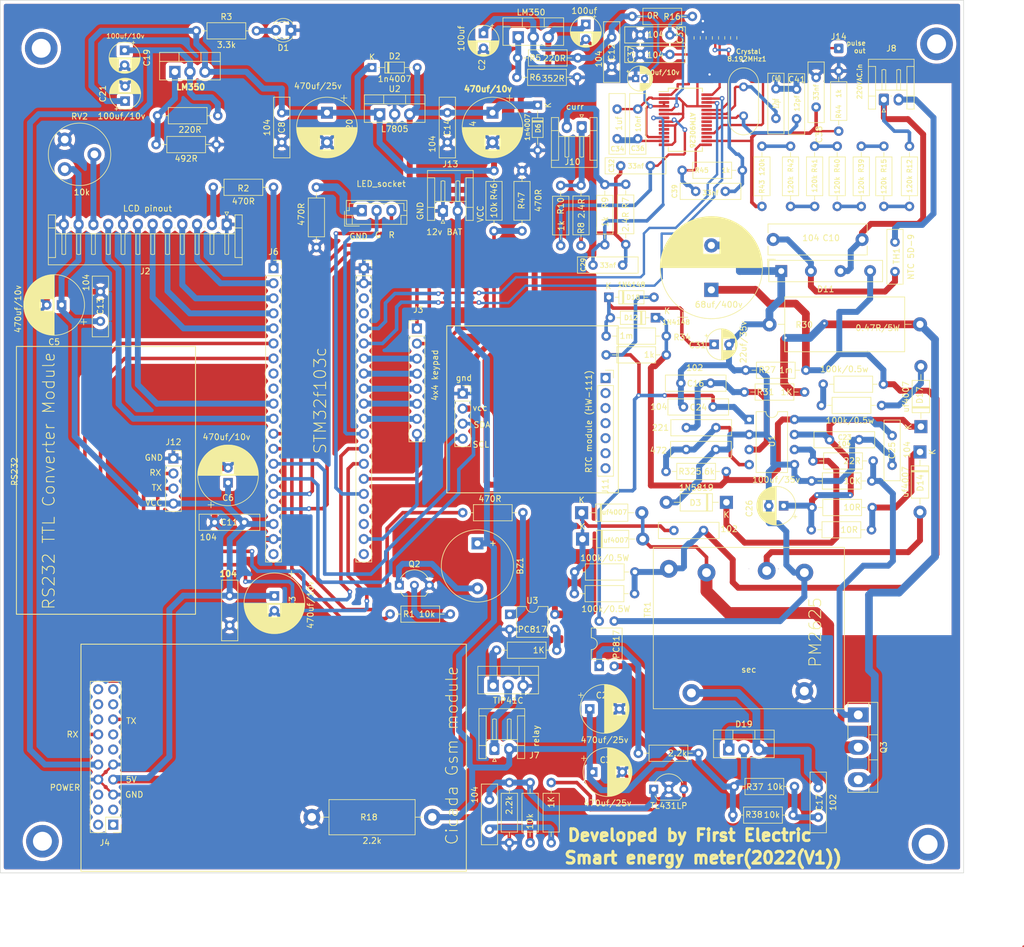
<source format=kicad_pcb>
(kicad_pcb (version 20220211) (generator pcbnew)
  (layers (0 "F.Cu" signal) (31 "B.Cu" signal) (34 "B.Paste" user) (35 "F.Paste" user) (36 "B.SilkS" user "B.Silkscreen") (37 "F.SilkS" user "F.Silkscreen") (38 "B.Mask" user) (39 "F.Mask" user) (44 "Edge.Cuts" user))
  (net 0 "")
  (net 1 "Net-(BZ1-+)")
  (net 2 "GND")
  (net 3 "+5V")
  (net 4 "Net-(D1-A)")
  (net 5 "Net-(J1-Pin_3)")
  (net 6 "Net-(J1-Pin_4)")
  (net 7 "Net-(J2-Pin_2)")
  (net 8 "Net-(J2-Pin_3)")
  (net 9 "Net-(J2-Pin_4)")
  (net 10 "Net-(J2-Pin_5)")
  (net 11 "Net-(J2-Pin_6)")
  (net 12 "Net-(J2-Pin_7)")
  (net 13 "Net-(J2-Pin_9)")
  (net 14 "Net-(J2-Pin_10)")
  (net 31 "Net-(J6-Pin_1)")
  (net 33 "Net-(Q1-B)")
  (net 34 "Net-(J3-Pin_3)")
  (net 35 "Net-(J3-Pin_4)")
  (net 36 "Net-(J3-Pin_5)")
  (net 37 "Net-(J3-Pin_6)")
  (net 38 "Net-(J3-Pin_7)")
  (net 46 "Net-(D11-+)")
  (net 47 "Net-(C7-Pad1)")
  (net 48 "Net-(U1-CS)")
  (net 49 "Net-(C17-Pad1)")
  (net 50 "Net-(D18-A)")
  (net 51 "Net-(D12-K)")
  (net 52 "Net-(D17-A)")
  (net 53 "Net-(D12-A)")
  (net 54 "Net-(D14-K)")
  (net 55 "Net-(D15-A)")
  (net 56 "Net-(U6-REF)")
  (net 57 "Net-(Q3-S)")
  (net 58 "Net-(R22-Pad1)")
  (net 59 "Net-(D14-A)")
  (net 60 "Net-(R36-Pad2)")
  (net 62 "Net-(U5-ADJ)")
  (net 63 "Net-(U7-ADJ)")
  (net 70 "Net-(U8-VREF)")
  (net 71 "Net-(U8-VN)")
  (net 72 "Net-(U8-OSCO)")
  (net 73 "Net-(U8-OSCI)")
  (net 74 "Net-(R12-Pad2)")
  (net 75 "Net-(R15-Pad1)")
  (net 76 "Net-(R39-Pad2)")
  (net 77 "Net-(R40-Pad1)")
  (net 78 "Net-(R41-Pad2)")
  (net 79 "Net-(R42-Pad1)")
  (net 80 "Net-(J5-Pin_15)")
  (net 81 "Net-(J6-Pin_12)")
  (net 82 "+12V")
  (net 83 "LINE")
  (net 84 "+4V")
  (net 85 "Net-(C29-Pad2)")
  (net 86 "KPR1")
  (net 87 "KPR2")
  (net 89 "TX1")
  (net 90 "RX1")
  (net 91 "Tx3")
  (net 92 "Rx3")
  (net 93 "RX2")
  (net 94 "TX2")
  (net 95 "G_LED")
  (net 96 "R_LED")
  (net 97 "buz")
  (net 98 "NEUT")
  (net 99 "Net-(D11--)")
  (net 100 "Net-(Q3-G)")
  (net 101 "Net-(C10-Pad2)")
  (net 102 "Net-(U1-RC)")
  (net 103 "Net-(D17-K)")
  (net 104 "Net-(D15-K)")
  (net 105 "Net-(D3-K)")
  (net 106 "Net-(J7-Pin_1)")
  (net 107 "Net-(J9-Pin_1)")
  (net 108 "Net-(J10-Pin_1)")
  (net 109 "Net-(J10-Pin_2)")
  (net 110 "Net-(Q2-B)")
  (net 111 "Net-(R4-Pad2)")
  (net 112 "Net-(R11-Pad1)")
  (net 113 "Net-(U6-K)")
  (net 114 "+3V3")
  (net 115 "I2P")
  (net 116 "I2N")
  (net 117 "AVDD")
  (net 118 "VP")
  (net 119 "Net-(J14-Pin_1)")
  (net 120 "mmd0")
  (net 121 "mmd1")
  (net 122 "KPR8")
  (net 123 "Net-(C17-Pad2)")
  (footprint "Resistor_THT:R_Axial_DIN0207_L6.3mm_D2.5mm_P10.16mm_Horizontal" (layer "F.Cu") (at 138.263 79.0956)
    (fp_text reference "R31" hide)
    (fp_text value "1K")
  )
  (footprint "Capacitor_THT:C_Disc_D10.0mm_W2.5mm_P5.00mm" (layer "F.Cu") (at 51.4096 113.4764 -90)
    (fp_text reference "C15" hide)
    (fp_text value "104" hide)
  )
  (footprint "Resistor_THT:R_Axial_DIN0207_L6.3mm_D2.5mm_P10.16mm_Horizontal" (layer "F.Cu") (at 102.108 145.034 -90)
    (fp_text reference "R24" hide)
    (fp_text value "10k")
  )
  (footprint "Capacitor_THT:CP_Radial_D10.0mm_P5.00mm" (layer "F.Cu") (at 67.818 31.933 -90)
    (fp_text reference "C20")
    (fp_text value "470uf/25v")
  )
  (footprint "Connector_PinSocket_2.54mm:PinSocket_1x20_P2.54mm_Vertical" (layer "F.Cu") (at 58.801 58.1914)
    (fp_text reference "J6")
    (fp_text value " ")
  )
  (footprint "Capacitor_THT:CP_Radial_D6.3mm_P2.50mm" (layer "F.Cu") (at 144.8816 98.298 180)
    (fp_text reference "C26")
    (fp_text value "100uf/35v")
  )
  (footprint "Capacitor_THT:C_Disc_D10.0mm_W2.5mm_P5.00mm" (layer "F.Cu") (at 60.198 31.933 -90)
    (fp_text reference "C8")
    (fp_text value "104")
  )
  (footprint "Capacitor_THT:C_Disc_D9.0mm_W2.5mm_P5.00mm" (layer "F.Cu") (at 163.6776 53.761 -90)
    (fp_text reference "TH1")
    (fp_text value " ")
  )
  (footprint "Package_TO_SOT_THT:TO-218-3_Vertical" (layer "F.Cu") (at 157.48 133.604 -90)
    (fp_text reference "Q3")
    (fp_text value "IRF840")
  )
  (footprint "Resistor_THT:R_Axial_DIN0207_L6.3mm_D2.5mm_P10.16mm_Horizontal" (layer "F.Cu") (at 106.6038 122.682 180)
    (fp_text reference "R11" hide)
    (fp_text value "1K")
  )
  (footprint "Capacitor_THT:C_Disc_D10.0mm_W2.5mm_P5.00mm" (layer "F.Cu") (at 130.048 45.212)
    (fp_text reference "C39")
    (fp_text value "33nf")
  )
  (footprint "Resistor_THT:R_Axial_DIN0207_L6.3mm_D2.5mm_P10.16mm_Horizontal" (layer "F.Cu") (at 66.04 54.6862 90)
    (fp_text reference "R17" hide)
    (fp_text value "470R")
  )
  (footprint "Resistor_THT:R_Axial_DIN0207_L6.3mm_D2.5mm_P10.16mm_Horizontal" (layer "F.Cu") (at 166.116 37.592 -90)
    (fp_text reference "R12")
    (fp_text value "120k")
  )
  (footprint "Resistor_SMD:R_0603_1608Metric" (layer "F.Cu") (at 130.302 19.304 90)
    (fp_text reference "R50" hide)
    (fp_text value "0R" hide)
  )
  (footprint "MountingHole:MountingHole_3.2mm_M3_ISO14580_Pad_TopBottom" (layer "F.Cu") (at 169.2656 155.448)
    (fp_text reference "H3" hide)
    (fp_text value "MountingHole" hide)
  )
  (footprint "Package_TO_SOT_THT:TO-92_Inline_Wide" (layer "F.Cu") (at 122.9614 146.156)
    (fp_text reference "U6" hide)
    (fp_text value "TL431LP")
  )
  (footprint "Capacitor_THT:C_Disc_D10.0mm_W2.5mm_P5.00mm" (layer "F.Cu") (at 131.3688 102.4636 180)
    (fp_text reference "C27" hide)
    (fp_text value "102")
  )
  (footprint "Connector_PinSocket_2.54mm:PinSocket_1x04_P2.54mm_Vertical" (layer "F.Cu") (at 90.7288 79.3496)
    (fp_text reference "J1" hide)
    (fp_text value "RTC")
  )
  (footprint "Diode_THT:D_DO-35_SOD27_P7.62mm_Horizontal" (layer "F.Cu") (at 123.2662 66.548 180)
    (fp_text reference "D12")
    (fp_text value "1N4148")
  )
  (footprint "Resistor_THT:R_Axial_DIN0207_L6.3mm_D2.5mm_P10.16mm_Horizontal" (layer "F.Cu") (at 127.762 41.656)
    (fp_text reference "R45")
    (fp_text value "1k")
  )
  (footprint "Package_TO_SOT_THT:TO-92_Inline_Wide" (layer "F.Cu") (at 80.0354 111.7136)
    (fp_text reference "Q2")
    (fp_text value "BC547")
  )
  (footprint "Connector_JST:JST_EH_S2B-EH_1x02_P2.50mm_Horizontal" (layer "F.Cu") (at 161.798 29.718)
    (fp_text reference "J8")
    (fp_text value "220VAC.in")
  )
  (footprint "Capacitor_THT:C_Disc_D10.0mm_W2.5mm_P5.00mm" (layer "F.Cu") (at 120.69 22.098)
    (fp_text reference "C37")
    (fp_text value "104")
  )
  (footprint "Resistor_THT:R_Axial_DIN0207_L6.3mm_D2.5mm_P10.16mm_Horizontal" (layer "F.Cu") (at 161.417 81.3562 180)
    (fp_text reference "R23" hide)
    (fp_text value "100k/0.5w")
  )
  (footprint "Resistor_THT:R_Axial_DIN0207_L6.3mm_D2.5mm_P10.16mm_Horizontal" (layer "F.Cu") (at 114.935 69.6468)
    (fp_text reference "R34")
    (fp_text value "1m")
  )
  (footprint "Potentiometer_THT:Potentiometer_Piher_PT-10-V05_Vertical" (layer "F.Cu") (at 23.575 41.4612)
    (fp_text reference "RV2")
    (fp_text value " 10k")
  )
  (footprint "Capacitor_THT:CP_Radial_D10.0mm_P2.50mm" (layer "F.Cu") (at 23.0378 64.389 180)
    (fp_text reference "C5")
    (fp_text value "470uf/10v")
  )
  (footprint "Connector_JST:JST_EH_S12B-EH_1x12_P2.50mm_Horizontal" (layer "F.Cu") (at 50.9124 50.8 180)
    (fp_text reference "J2")
    (fp_text value " LCD pinout")
  )
  (footprint "Transformer_THT:Transformer_CHK_EI30-2VA_2xSec" (layer "F.Cu") (at 146.4742 131.1732 90)
    (fp_text reference "TR1")
    (fp_text value "TRANSF3")
  )
  (footprint "Capacitor_THT:C_Disc_D10.0mm_W2.5mm_P5.00mm" (layer "F.Cu") (at 143.5862 32.893 90)
    (fp_text reference "C40")
    (fp_text value "12pf")
  )
  (footprint "Capacitor_THT:C_Disc_D10.0mm_W2.5mm_P5.00mm" (layer "F.Cu") (at 115.8748 19.1916 -90)
    (fp_text reference "C12")
    (fp_text value "104")
  )
  (footprint "Resistor_THT:R_Axial_DIN0207_L6.3mm_D2.5mm_P10.16mm_Horizontal" (layer "F.Cu") (at 138.4808 75.4126)
    (fp_text reference "R27")
    (fp_text value "1m")
  )
  (footprint "Resistor_THT:R_Axial_DIN0207_L6.3mm_D2.5mm_P10.16mm_Horizontal" (layer "F.Cu") (at 136.5504 145.6944)
    (fp_text reference "R37")
    (fp_text value "10k")
  )
  (footprint "Capacitor_THT:CP_Radial_D5.0mm_P2.50mm" (layer "F.Cu") (at 133.160888 71.0438)
    (fp_text reference "C31")
    (fp_text value "22uf/35v")
  )
  (footprint "Capacitor_THT:C_Disc_D10.0mm_W2.5mm_P5.00mm" (layer "F.Cu") (at 117.388 40.894)
    (fp_text reference "C32")
    (fp_text value "33nf")
  )
  (footprint "Capacitor_THT:CP_Radial_D5.0mm_P2.50mm" (layer "F.Cu") (at 33.7566 29.972 90)
    (fp_text reference "C21")
    (fp_text value " 100uf/10v")
  )
  (footprint "Capacitor_THT:CP_Radial_D10.0mm_P5.00mm" (layer "F.Cu") (at 95.758 31.933 -90)
    (fp_text reference "C4")
    (fp_text value " 470uf/10v" hide)
  )
  (footprint "Capacitor_THT:C_Disc_D10.0mm_W2.5mm_P5.00mm" (layer "F.Cu") (at 152.6286 87.1474)
    (fp_text reference "C23")
    (fp_text value "104")
  )
  (footprint "Capacitor_THT:C_Disc_D10.0mm_W2.5mm_P5.00mm" (layer "F.Cu") (at 150.368 30.988 90)
    (fp_text reference "C38")
    (fp_text value "33nf")
  )
  (footprint "Resistor_THT:R_Axial_DIN0207_L6.3mm_D2.5mm_P10.16mm_Horizontal" (layer "F.Cu") (at 98.6028 145.034 -90)
    (fp_text reference "R19" hide)
    (fp_text value "2.2k")
  )
  (footprint "Resistor_THT:R_Axial_DIN0207_L6.3mm_D2.5mm_P10.16mm_Horizontal" (layer "F.Cu") (at 157.988 37.592 -90)
    (fp_text reference "R39")
    (fp_text value "120k")
  )
  (footprint "Diode_THT:D_DO-41_SOD81_P10.16mm_Horizontal" (layer "F.Cu") (at 167.894 89.2048 -90)
    (fp_text reference "D14")
    (fp_text value "uf4007")
  )
  (footprint "Resistor_THT:R_Axial_DIN0207_L6.3mm_D2.5mm_P10.16mm_Horizontal" (layer "F.Cu") (at 100.7364 41.7322 -90)
    (fp_text reference "R47")
    (fp_text value "470R")
  )
  (footprint "Resistor_THT:R_Axial_DIN0207_L6.3mm_D2.5mm_P10.16mm_Horizontal" (layer "F.Cu") (at 141.224 47.752 90)
    (fp_text reference "R43")
    (fp_text value "120k")
  )
  (footprint "Connector_PinSocket_2.54mm:PinSocket_1x04_P2.54mm_Vertical" (layer "F.Cu") (at 41.91 90.307)
    (fp_text reference "J12")
    (fp_text value "RS232")
  )
  (footprint "MountingHole:MountingHole_3.2mm_M3_ISO14580_Pad_TopBottom" (layer "F.Cu") (at 19.812 154.94)
    (fp_text reference "H4" hide)
    (fp_text value "MountingHole" hide)
  )
  (footprint "Diode_THT:D_DO-41_SOD81_P10.16mm_Horizontal" (layer "F.Cu") (at 110.7948 99.4664)
    (fp_text reference "D16" hide)
    (fp_text value "uf4007")
  )
  (footprint "Resistor_THT:R_Axial_DIN0207_L6.3mm_D2.5mm_P10.16mm_Horizontal" (layer "F.Cu") (at 114.7064 44.069 -90)
    (fp_text reference "R9")
    (fp_text value "1k")
  )
  (footprint "Resistor_THT:R_Axial_DIN0207_L6.3mm_D2.5mm_P10.16mm_Horizontal" (layer "F.Cu") (at 99.9998 22.6822)
    (fp_text reference "R5")
    (fp_text value " 220R")
  )
  (footprint "Resistor_THT:R_Axial_DIN0207_L6.3mm_D2.5mm_P10.16mm_Horizontal" (layer "F.Cu") (at 130.5306 140.081 180)
    (fp_text reference "R36" hide)
    (fp_text value "2.2k")
  )
  (footprint "Capacitor_THT:CP_Radial_D4.0mm_P1.50mm" (layer "F.Cu") (at 119.912 26.162)
    (fp_text reference "C35" hide)
    (fp_text value "10uf/10v")
  )
  (footprint "MountingHole:MountingHole_3.2mm_M3_ISO14580_Pad_TopBottom" (layer "F.Cu") (at 170.688 20.32)
    (fp_text reference " ")
    (fp_text value "MountingHole" hide)
  )
  (footprint "Resistor_THT:R_Axial_DIN0207_L6.3mm_D2.5mm_P10.16mm_Horizontal" (layer "F.Cu") (at 129.4892 15.6718 180)
    (fp_text reference "R16")
    (fp_text value "0R")
  )
  (footprint "Capacitor_THT:CP_Radial_D5.0mm_P2.50mm" (layer "F.Cu") (at 94.234 18.542 -90)
    (fp_text reference "C2")
    (fp_text value " 100uf")
  )
  (footprint "Capacitor_THT:C_Rect_L16.5mm_W5.0mm_P15.00mm_MKT" (layer "F.Cu") (at 158.122 53.34 180)
    (fp_text reference "C10")
    (fp_text value " 104")
  )
  (footprint "Resistor_THT:R_Axial_DIN0207_L6.3mm_D2.5mm_P10.16mm_Horizontal" (layer "F.Cu") (at 149.606 94.107)
    (fp_text reference "R28" hide)
    (fp_text value "10K")
  )
  (footprint "Diode_THT:D_DO-34_SOD68_P7.62mm_Horizontal" (layer "F.Cu") (at 75.433 24.313)
    (fp_text reference "D2")
    (fp_text value "1n4007")
  )
  (footprint "Resistor_THT:R_Axial_DIN0207_L6.3mm_D2.5mm_P10.16mm_Horizontal" (layer "F.Cu") (at 161.798 37.592 -90)
    (fp_text reference "R15")
    (fp_text value "120k")
  )
  (footprint "Resistor_THT:R_Axial_DIN0207_L6.3mm_D2.5mm_P10.16mm_Horizontal" (layer "F.Cu") (at 105.664 155.194 90)
    (fp_text reference "R33" hide)
    (fp_text value "1K")
  )
  (footprint "Package_DIP:DIP-8_W7.62mm" (layer "F.Cu") (at 139.0858 83.7284)
    (fp_text reference "U1")
    (fp_text value "UC3843_DIP8" hide)
  )
  (footprint "Resistor_THT:R_Axial_DIN0207_L6.3mm_D2.5mm_P10.16mm_Horizontal" (layer "F.Cu") (at 78.486 116.586)
    (fp_text reference "R1")
    (fp_text value "10k")
  )
  (footprint "Capacitor_THT:C_Disc_D10.0mm_W2.5mm_P5.00mm" (layer "F.Cu") (at 53.8734 101.092 180)
    (fp_text reference "C11")
    (fp_text value "104")
  )
  (footprint "Resistor_THT:R_Axial_DIN0614_L14.3mm_D5.7mm_P20.32mm_Horizontal" (layer "F.Cu") (at 65.278 150.876)
    (fp_text reference "R18")
    (fp_text value "2.2k")
  )
  (footprint "Resistor_THT:R_Axial_DIN0207_L6.3mm_D2.5mm_P10.16mm_Horizontal" (layer "F.Cu") (at 149.8346 90.7288)
    (fp_text reference "R29" hide)
    (fp_text value "22R")
  )
  (footprint "Resistor_THT:R_Axial_DIN0207_L6.3mm_D2.5mm_P10.16mm_Horizontal" (layer "F.Cu") (at 119.7356 113.1316 180)
    (fp_text reference "R20" hide)
    (fp_text value "100k/0.5W")
  )
  (footprint "Package_TO_SOT_THT:TO-220-3_Vertical" (layer "F.Cu") (at 95.8596 128.6816)
    (fp_text reference "Q1" hide)
    (fp_text value "TIP41C")
  )
  (footprint "Connector_JST:JST_EH_S2B-EH_1x02_P2.50mm_Horizontal" (layer "F.Cu") (at 96.0828 139.3623)
    (fp_text reference "J7")
    (fp_text value " relay")
  )
  (footprint "LED_THT:LED_D3.0mm_FlatTop" (layer "F.Cu") (at 61.727 18.0086 180)
    (fp_text reference "D1")
    (fp_text value " ")
  )
  (footprint "Resistor_THT:R_Axial_DIN0207_L6.3mm_D2.5mm_P10.16mm_Horizontal" (layer "F.Cu") (at 45.7708 18.1102)
    (fp_text reference "R3")
    (fp_text value "3.3k")
  )
  (footprint "Capacitor_THT:CP_Radial_D10.0mm_P2.50mm" (layer "F.Cu") (at 58.9534 113.512523 -90)
    (fp_text reference "C3")
    (fp_text value "470uf/10v")
  )
  (footprint "Connector_JST:JST_EH_S2B-EH_1x02_P2.50mm_Horizontal" (layer "F.Cu") (at 110.8056 34.3662 180)
    (fp_text reference "J10")
    (fp_text value "curr")
  )
  (footprint "Capacitor_THT:C_Disc_D10.0mm_W2.5mm_P5.00mm" (layer "F.Cu") (at 147.066 27.9654 -90)
    (fp_text reference "C41")
    (fp_text value "12pf")
  )
  (footprint "Connector_PinSocket_2.54mm:PinSocket_1x07_P2.54mm_Vertical" (layer "F.Cu") (at 114.833 76.728)
    (fp_text reference "J11")
    (fp_text value " ")
  )
  (footprint "Capacitor_THT:C_Disc_D10.0mm_W2.5mm_P5.00mm" (layer "F.Cu") (at 128.437 88.7984)
    (fp_text reference "C22" hide)
    (fp_text value "472")
  )
  (footprint "Diode_THT:D_DO-41_SOD81_P10.16mm_Horizontal" (layer "F.Cu") (at 168.0464 84.9376 90)
    (fp_text reference "D17")
    (fp_text value "uf4007")
  )
  (footprint "Resistor_THT:R_Axial_DIN0207_L6.3mm_D2.5mm_P10.16mm_Horizontal" (layer "F.Cu") (at 150.114 37.592 -90)
    (fp_text reference "R41")
    (fp_text value "120k")
  )
  (footprint "Diode_THT:D_DO-41_SOD81_P10.16mm_Horizontal" (layer "F.Cu") (at 135.2296 97.7138 180)
    (fp_text reference "D3")
    (fp_text value "1N5819")
  )
  (footprint "Resistor_SMD:R_0603_1608Metric" (layer "F.Cu") (at 136.461 19.304 90)
    (fp_text reference "R51" hide)
    (fp_text value "0R" hide)
  )
  (footprint "Resistor_THT:R_Axial_DIN0207_L6.3mm_D2.5mm_P10.16mm_Horizontal" (layer "F.Cu") (at 90.7288 99.4664)
    (fp_text reference "R4" hide)
    (fp_text value "470R")
  )
  (footprint "MountingHole:MountingHole_3.2mm_M3_ISO14580_Pad_TopBottom" (layer "F.Cu") (at 19.6088 21.0566)
    (fp_text reference "H1" hide)
    (fp_text value "MountingHole" hide)
  )
  (footprint "Package_DIP:DIP-4_W7.62mm" (layer "F.Cu") (at 113.7616 125.3898 90)
    (fp_text reference "U4" hide)
    (fp_text value "PC817")
  )
  (footprint "Capacitor_THT:C_Disc_D10.0mm_W2.5mm_P5.00mm" (layer "F.Cu") (at 116.7892 36.322 90)
    (fp_text reference "C34")
    (fp_text value "1uf")
  )
  (footprint "Package_TO_SOT_THT:TO-220-3_Vertical" (layer "F.Cu") (at 42.164 25.0242)
    (fp_text reference "U5" hide)
    (fp_text value "LM350 " hide)
  )
  (footprint "Crystal:Crystal_HC18-U_Vertical" (layer "F.Cu") (at 138.1252 27.5728 -90)
    (fp_text reference "8.192MHz1")
    (fp_text value "Crystal")
  )
  (footprint "Resistor_THT:R_Axial_DIN0207_L6.3mm_D2.5mm_P10.16mm_Horizontal" (layer "F.Cu") (at 125.0442 92.5068)
    (fp_text reference "R32" hide)
    (fp_text value "5.6k")
  )
  (footprint "Package_SO:SSOP-28_5.3x10.2mm_P0.65mm" (layer "F.Cu") (at 128.2954 33.1216)
    (fp_text reference "U8" hide)
    (fp_text value "ATM90E26" hide)
  )
  (footprint "Resistor_THT:R_Axial_DIN0207_L6.3mm_D2.5mm_P10.16mm_Horizontal" (layer "F.Cu") (at 38.989 37.3126)
    (fp_text reference "R14" hide)
    (fp_text value "492R")
  )
  (footprint "Capacitor_THT:C_Disc_D10.0mm_W2.5mm_P5.00mm" (layer "F.Cu") (at 125.69 18.796 180)
    (fp_text reference "C33")
    (fp_text value "104")
  )
  (footprint "Capacitor_THT:C_Disc_D10.0mm_W2.5mm_P5.00mm" (layer "F.Cu") (at 127.9798 81.6102)
    (fp_text reference "C24")
    (fp_text value "104")
  )
  (footprint "Resistor_THT:R_Axial_DIN0207_L6.3mm_D2.5mm_P10.16mm_Horizontal" (layer "F.Cu") (at 107.2642 44.2214 -90)
    (fp_text reference "R10")
    (fp_text value "1k")
  )
  (footprint "Capacitor_THT:C_Disc_D10.0mm_W2.5mm_P5.00mm" (layer "F.Cu") (at 150.7236 150.8868 90)
    (fp_text reference "C17")
    (fp_text value "102")
  )
  (footprint "Diode_THT:D_DO-41_SOD81_P10.16mm_Horizontal" (layer "F.Cu") (at 110.9472 103.9114)
    (fp_text reference "D15" hide)
    (fp_text value "uf4007")
  )
  (footprint "Capacitor_THT:C_Disc_D10.0mm_W2.5mm_P5.00mm" (layer "F.Cu") (at 112.7144 57.658)
    (fp_text reference "C29")
    (fp_text value "33nf")
  )
  (footprint "Capacitor_THT:C_Disc_D10.0mm_W2.5mm_P5.00mm" (layer "F.Cu") (at 163.195 86.4508 -90)
    (fp_text reference "C25")
    (fp_text value "104")
  )
  (footprint "Resistor_THT:R_Axial_DIN0207_L6.3mm_D2.5mm_P10.16mm_Horizontal" (layer "F.Cu") (at 149.6822 98.5901)
    (fp_text reference "R25" hide)
    (fp_text value "10R")
  )
  (footprint "Connector_JST:JST_EH_B3B-EH-A_1x03_P2.50mm_Vertical" (layer "F.Cu") (at 73.7 48.468)
    (fp_text reference "J9" hide)
    (fp_text value "LED_socket")
  )
  (footprint "Resistor_THT:R_Axial_DIN0922_L20.0mm_D9.0mm_P25.40mm_Horizontal" (layer "F.Cu") (at 142.494 67.6656)
    (fp_text reference "R30")
    (fp_text value "0.47R/5W")
  )
  (footprint "Resistor_THT:R_Axial_DIN0207_L6.3mm_D2.5mm_P10.16mm_Horizontal" (layer "F.Cu") (at 99.8728 25.9588)
    (fp_text reference "R6")
    (fp_text value "352R")
  )
  (footprint "Capacitor_THT:CP_Radial_D8.0mm_P5.00mm" (layer "F.Cu") (at 112.674323 143.256)
    (fp_text reference "C30")
    (fp_text value "470uf/25v")
  )
  (footprint "Package_DIP:DIP-4_W7.62mm" (layer "F.Cu") (at 98.6636 116.6318)
    (fp_text reference "U3")
    (fp_text value "PC817")
  )
  (footprint "Resistor_THT:R_Axial_DIN0207_L6.3mm_D2.5mm_P10.16mm_Horizontal" (layer "F.Cu") (at 159.7152 102.3493 180)
    (fp_text reference "R26" hide)
    (fp_text value "10R")
  )
  (footprint "Package_TO_SOT_THT:TO-220-3_Vertical" (layer "F.Cu") (at 100.1014 19.1822)
    (fp_text reference "U7" hide)
    (fp_text value "LM350 ")
  )
  (footprint "Capacitor_THT:CP_Radial_D5.0mm_P2.50mm" (layer "F.Cu") (at 33.6804 21.400801 -90)
    (fp_text reference "C19")
    (fp_text value " ")
  )
  (footprint "Package_TO_SOT_THT:TO-220-3_Vertical" (layer "F.Cu") (at 76.708 32.187)
    (fp_text reference "U2")
    (fp_text value "L7805")
  )
  (footprint "Diode_THT:D_DO-34_SOD68_P7.62mm_Horizontal" (layer "F.Cu") (at 103.378 30.658 -90)
    (fp_text reference "D6")
    (fp_text value "1n4007" hide)
  )
  (footprint "Connector_PinHeader_2.54mm:PinHeader_2x10_P2.54mm_Vertical" (layer "F.Cu") (at 31.755 152.141 180)
    (fp_text reference "J4")
    (fp_text value "Cicada GSM module" hide)
  )
  (footprint "Resistor_SMD:R_0603_1608Metric" (layer "F.Cu") (at 134.429 19.304 90)
    (fp_text reference "R48" hide)
    (fp_text value "0R" hide)
  )
  (footprint "Resistor_THT:R_Axial_DIN0207_L6.3mm_D2.5mm_P10.16mm_Horizontal" (layer "F.Cu") (at 96.012 41.7322 -90)
    (fp_text reference "R46")
    (fp_text value "10k")
  )
  (footprint "Resistor_SMD:R_0603_1608Metric" (layer "F.Cu") (at 132.334 19.304 90)
    (fp_text reference "R49" hide)
    (fp_text value "0R" hide)
  )
  (footprint "Resistor_THT:R_Axial_DIN0207_L6.3mm_D2.5mm_P10.16mm_Horizontal" (layer "F.Cu") (at 136.3218 150.5204)
    (fp_text reference "R38")
    (fp_text value "10k")
  )
  (footprint "Capacitor_THT:CP_Radial_D5.0mm_P2.50mm" (layer "F.Cu") (at 111.506 17.018 -90)
    (fp_text reference "C1" hide)
    (fp_text value "100uf")
  )
  (footprint "Capacitor_THT:CP_Radial_D10.0mm_P2.50mm" (layer "F.Cu") (at 51.1302 94.411877 90)
    (fp_text reference "C6")
    (fp_text value "470uf/10v")
  )
  (footprint "Connector_Wire:SolderWire-0.1sqmm_1x01_D0.4mm_OD1mm" (layer "F.Cu") (at 154.178 21.082)
    (fp_text reference "J14")
    (fp_text value "Conn_01x01" hide)
  )
  (footprint "Connector_JST:JST_EH_S2B-EH_1x02_P2.50mm_Horizontal" (layer "F.Cu") (at 87.396 48.5065)
    (fp_text reference "J13")
    (fp_text value "12v BAT")
  )
  (footprint "Resistor_THT:R_Axial_DIN0207_L6.3mm_D2.5mm_P10.16mm_Horizontal" (layer "F.Cu") (at 118.237 44.0182 -90)
    (fp_text reference "R7")
    (fp_text value "2.4R")
  )
  (footprint "Diode_THT:Diode_Bridge_19.0x3.5x10.0mm_P5.0mm" (layer "F.Cu") (at 144.4853 58.6661)
    (fp_text reference "D11")
    (fp_text value " ")
  )
  (footprint "Resistor_THT:R_Axial_DIN0207_L6.3mm_D2.5mm_P10.16mm_Horizontal" (layer "F.Cu") (at 110.6932 54.356 90)
    (fp_text reference "R8")
    (fp_text value " 2.4R")
  )
  (footprint "Capacitor_THT:C_Disc_D10.0mm_W2.5mm_P5.00mm" (layer "F.Cu") (at 88.138 31.933 -90)
    (fp_text reference "C14" hide)
    (fp_text value " 104")
  )
  (footprint "Capacitor_THT:C_Disc_D10.0mm_W2.5mm_P5.00mm" (layer "F.Cu") (at 128.4732 85.1154)
    (fp_text reference "C18" hide)
    (fp_text value "221")
  )
  (footprint "Connector_PinHeader_2.54mm:PinHeader_1x08_P2.54mm_Vertical" (layer "F.Cu") (at 83.0072 68.3768)
    (fp_text reference "J3")
    (fp_text value "4x4 keypad")
  )
  (footprint "Diode_THT:D_DO-35_SOD27_P7.62mm_Horizontal" (layer "F.Cu") (at 115.3922 63.0936)
    (fp_text reference "D18" hide)
    (fp_text value "1N4148")
  )
  (footprint "Resistor_THT:R_Axial_DIN0207_L6.3mm_D2.5mm_P10.16mm_Horizontal" (layer "F.Cu") (at 114.935 72.8218)
    (fp_text reference "R35" hide)
    (fp_text value "1k")
  )
  (footprint "Capacitor_THT:C_Disc_D10.0mm_W2.5mm_P5.00mm" (layer "F.Cu") (at 29.591 67.143 90)
    (fp_text reference "C13")
    (fp_text value " 104")
  )
  (footprint "Capacitor_THT:CP_Radial_D17.0mm_P7.50mm" (layer "F.Cu") (at 132.6896 61.839067 90)
    (fp_text reference "C9" hide)
    (fp_text value " 68uf/400v")
  )
  (footprint "Resistor_THT:R_Axial_DIN0207_L6.3mm_D2.5mm_P10.16mm_Horizontal" (layer "F.Cu") (at 48.641 44.5262)
    (fp_text reference "R2")
    (fp_text value "470R")
  )
  (footprint "Resistor_THT:R_Axial_DIN0207_L6.3mm_D2.5mm_P10.16mm_Horizontal" (layer "F.Cu") (at 39.243 32.4358)
    (fp_text reference "R13" hide)
    (fp_text value " 220R")
  )
  (footprint "Capacitor_THT:C_Disc_D10.0mm_W2.5mm_P5.00mm" (layer "F.Cu") (at 95.25 152.908 90)
    (fp_text reference "C7" hide)
    (fp_text value "104")
  )
  (footprint "Resistor_THT:R_Axial_DIN0207_L6.3mm_D2.5mm_P10.16mm_Horizontal" (layer "F.Cu") (at 153.924 37.592 -90)
    (fp_text reference "R40")
    (fp_text value "120k")
  )
  (footprint "Capacitor_THT:C_Disc_D10.0mm_W2.5mm_P5.00mm" (layer "F.Cu") (at 127.548 77.597)
    (fp_text reference "C16")
    (fp_text value "102")
  )
  (footprint "Resistor_THT:R_Axial_DIN0207_L6.3mm_D2.5mm_P10.16mm_Horizontal" (layer "F.Cu") (at 119.7864 109.474 180)
    (fp_text reference "R21" hide)
    (fp_text value "100k/0.5W")
  )
  (footprint "Buzzer_Beeper:Buzzer_12x9.5RM7.6" (layer "F.Cu") (at 93.218 104.648 -90)
    (fp_text reference "BZ1")
    (fp_text value "Buzzer")
  )
  (footprint "Resistor_THT:R_Axial_DIN0207_L6.3mm_D2.5mm_P10.16mm_Horizontal" (layer "F.Cu") (at 151.5618 77.7748)
    (fp_text reference "R22" hide)
    (fp_text value "100k/0.5w")
  )
  (footprint "Resistor_THT:R_Axial_DIN0207_L6.3mm_D2.5mm_P10.16mm_Horizontal" (layer "F.Cu") (at 154.178 35.052 90)
    (fp_text reference "R44")
    (fp_text value "1k")
  )
  (footprint "Capacitor_THT:C_Disc_D10.0mm_W2.5mm_P5.00mm" (layer "F.Cu") (at 120.269 36.322 90)
    (fp_text reference "C36")
    (fp_text value "10nf")
  )
  (footprint "Resistor_THT:R_Axial_DIN0207_L6.3mm_D2.5mm_P10.16mm_Horizontal" (layer "F.Cu") (at 146.05 37.592 -90)
    (fp_text reference "R42")
    (fp_text value "120k")
  )
  (footprint "Package_TO_SOT_THT:TO-220-3_Vertical" (layer "F.Cu") (at 135.636 139.446)
    (fp_text reference "D19")
    (fp_text value "MBR2010ct")
  )
  (footprint "Capacitor_THT:CP_Radial_D8.0mm_P5.00mm" (layer "F.Cu") (at 112.166323 132.588)
    (fp_text reference "C28")
    (fp_text value "470uf/25v")
  )
  (footprint "Connector_PinSocket_2.54mm:PinSocket_1x20_P2.54mm_Vertical" (layer "F.Cu") (at 74.041 58.1914)
    (fp_text reference "J5" hide)
    (fp_text value " ")
  )
  (gr_arc (start 185.3692 172.72) (mid 185.3692 172.72) (end 185.3692 172.72) (stroke (width 0.2)) (layer "F.Cu"))
  (gr_rect (start 88.0364 67.9196) (end 116.9924 96.1136) (stroke (width 0.15)) (fill none) (layer "F.SilkS"))
  (gr_rect (start 26.3144 121.666) (end 91.3384 160.02) (stroke (width 0.15)) (fill none) (layer "F.SilkS"))
  (gr_rect (start 15.4178 116.6114) (end 45.6438 71.3994) (stroke (width 0.15)) (fill none) (layer "F.SilkS"))
  (gr_rect (start 12.7 12.954) (end 175.26 160.274) (stroke (width 0.1)) (fill none) (layer "Edge.Cuts"))
  (gr_text "RTC module (HW-111)" (at 112.014 84.074 90) (layer "F.SilkS") (effects (font (size 1 1))))
  (gr_text "100uf/10v" (at 33.8074 18.9992) (layer "F.SilkS") (effects (font (size 0.8 0.8) (thickness 0.125) bold)))
  (gr_text "5V" (at 34.798 144.526) (layer "F.SilkS") (effects (font (size 1 1))))
  (gr_text "GND" (at 35.306 147.066) (layer "F.SilkS") (effects (font (size 1 1))))
  (gr_text "STM32f103c" (at 66.68 80.5384 90) (layer "F.SilkS") (effects (font (size 2 2))))
  (gr_text "R" (at 78.74 52.578) (layer "F.SilkS") (effects (font (size 1 1))))
  (gr_text "470uf/10v" (at 94.996 27.94) (layer "F.SilkS") (effects (font (size 1 1) (thickness 0.25) bold)))
  (gr_text "SDA" (at 93.98 84.6328) (layer "F.SilkS") (effects (font (size 1 1))))
  (gr_text "vcc" (at 93.6498 81.7626) (layer "F.SilkS") (effects (font (size 1 1))))
  (gr_text "RS232 TTL Converter Module" (at 20.8788 94.0962 90) (layer "F.SilkS") (effects (font (size 2 2))))
  (gr_text "LM350" (at 44.831 27.6098) (layer "F.SilkS") (effects (font (size 1 1) (thickness 0.25) bold)))
  (gr_text "SCL" (at 93.8022 87.9602) (layer "F.SilkS") (effects (font (size 1 1))))
  (gr_text "TX" (at 39.116 95.25) (layer "F.SilkS") (effects (font (size 1 1))))
  (gr_text "104" (at 51.1556 109.7788) (layer "F.SilkS") (effects (font (size 1 1) (thickness 0.25) bold)))
  (gr_text "VCC" (at 93.726 49.022 90) (layer "F.SilkS") (effects (font (size 1 1))))
  (gr_text "TX" (at 34.798 134.62) (layer "F.SilkS") (effects (font (size 1 1))))
  (gr_text "Cicada Gsm module" (at 88.9 140.462 90) (layer "F.SilkS") (effects (font (size 2 2))))
  (gr_text "Developed by First Electric\n" (at 129.032 153.924) (layer "F.SilkS") (effects (font (size 2 2) (thickness 0.5) bold)))
  (gr_text "PM2625" (at 150.2156 119.6594 90) (layer "F.SilkS") (effects (font (size 2 2))))
  (gr_text "GND" (at 83.566 48.514 90) (layer "F.SilkS") (effects (font (size 1 1))))
  (gr_text "POWER" (at 23.622 145.8722) (layer "F.SilkS") (effects (font (size 1 1))))
  (gr_text "VCC" (at 38.608 97.79) (layer "F.SilkS") (effects (font (size 1 1))))
  (gr_text "1n4007" (at 101.6508 34.3916 90) (layer "F.SilkS") (effects (font (size 0.8 0.8))))
  (gr_text "pulse  \nout" (at 157.734 20.828) (layer "F.SilkS") (effects (font (size 0.8 0.8))))
  (gr_text "ATM90E26\n" (at 129.032 31.8262 -90) (layer "F.SilkS") (effects (font (size 0.8 0.8) (thickness 0.16256)) (justify left bottom)))
  (gr_text "RX" (at 24.892 136.906) (layer "F.SilkS") (effects (font (size 1 1))))
  (gr_text "GND" (at 38.608 90.17) (layer "F.SilkS") (effects (font (size 1 1))))
  (gr_text "gnd" (at 90.932 76.708) (layer "F.SilkS") (effects (font (size 1 1))))
  (gr_text "Smart energy meter(2022(V1))" (at 131.318 157.734) (layer "F.SilkS") (effects (font (size 2 2) (thickness 0.5) bold)))
  (gr_text "G" (at 76.454 52.578) (layer "F.SilkS") (effects (font (size 1 1))))
  (gr_text "RX" (at 38.862 92.71) (layer "F.SilkS") (effects (font (size 1 1))))
  (gr_text "GND" (at 73.152 52.832) (layer "F.SilkS") (effects (font (size 1 1))))
  (segment (start 79.9592 111.6374) (end 80.0354 111.7136) (width 1) (layer "B.Cu") (net 1))
  (segment (start 85.5472 108.1024) (end 80.5942 108.1024) (width 1) (layer "B.Cu") (net 1))
  (segment (start 93.218 112.248) (end 89.6928 112.248) (width 1) (layer "B.Cu") (net 1))
  (segment (start 79.9592 108.7374) (end 79.9592 111.6374) (width 1) (layer "B.Cu") (net 1))
  (segment (start 89.6928 112.248) (end 85.5472 108.1024) (width 1) (layer "B.Cu") (net 1))
  (segment (start 80.5942 108.1024) (end 79.9592 108.7374) (width 1) (layer "B.Cu") (net 1))
  (segment (start 124.6954 37.3466) (end 126.0516 37.3466) (width 0.4) (layer "F.Cu") (net 2))
  (segment (start 127.254 29.5148) (end 126.9238 29.5148) (width 0.4) (layer "F.Cu") (net 2))
  (segment (start 122.6058 29.3878) (end 122.2032 29.3878) (width 0.4) (layer "F.Cu") (net 2))
  (segment (start 122.2032 29.3878) (end 120.269 31.322) (width 0.4) (layer "F.Cu") (net 2))
  (segment (start 127.1622 32.1466) (end 127.1778 32.131) (width 0.4) (layer "F.Cu") (net 2))
  (segment (start 20.5378 64.389) (end 20.5378 63.2822) (width 1) (layer "F.Cu") (net 2))
  (segment (start 124.6954 34.0966) (end 124.669911 34.071111) (width 0.4) (layer "F.Cu") (net 2))
  (segment (start 126.9238 29.5148) (end 126.892 29.5466) (width 0.4) (layer "F.Cu") (net 2))
  (segment (start 124.6954 32.1466) (end 124.0888 32.1466) (width 0.4) (layer "F.Cu") (net 2))
  (segment (start 126.5682 34.1122) (end 126.5526 34.0966) (width 0.4) (layer "F.Cu") (net 2))
  (segment (start 120.269 31.322) (end 116.7892 31.322) (width 0.4) (layer "F.Cu") (net 2))
  (segment (start 50.5714 103.9114) (end 50.546 103.886) (width 1) (layer "F.Cu") (net 2))
  (segment (start 126.5682 36.83) (end 126.5682 34.1122) (width 0.4) (layer "F.Cu") (net 2))
  (segment (start 126.892 29.5466) (end 124.6954 29.5466) (width 0.4) (layer "F.Cu") (net 2))
  (segment (start 124.669911 34.071111) (end 124.0028 34.071111) (width 0.4) (layer "F.Cu") (net 2))
  (segment (start 138.049 19.431) (end 138.049 23.241) (width 0.4) (layer "F.Cu") (net 2))
  (segment (start 126.0516 37.3466) (end 126.5682 36.83) (width 0.4) (layer "F.Cu") (net 2))
  (segment (start 126.5526 34.0966) (end 124.6954 34.0966) (width 0.4) (layer "F.Cu") (net 2))
  (segment (start 130.3384 30.8466) (end 128.5858 30.8466) (width 0.4) (layer "F.Cu") (net 2))
  (segment (start 128.5858 30.8466) (end 127.254 29.5148) (width 0.4) (layer "F.Cu") (net 2))
  (segment (start 50.546 102.7646) (end 48.8734 101.092) (width 1) (layer "F.Cu") (net 2))
  (segment (start 51.1302 91.911877) (end 49.058123 91.911877) (width 1) (layer "F.Cu") (net 2))
  (segment (start 20.5378 63.2822) (end 21.59 62.23) (width 1) (layer "F.Cu") (net 2))
  (segment (start 127.9144 30.1752) (end 127.9144 32.131) (width 0.4) (layer "F.Cu") (net 2))
  (segment (start 122.7646 29.5466) (end 122.6058 29.3878) (width 0.4) (layer "F.Cu") (net 2))
  (segment (start 130.3384 25.9478) (end 130.81 25.4762) (width 0.4) (layer "F.Cu") (net 2))
  (segment (start 130.81 25.4762) (end 132.3848 25.4762) (width 0.4) (layer "F.Cu") (net 2))
  (segment (start 58.801 103.9114) (end 50.5714 103.9114) (width 1) (layer "F.Cu") (net 2))
  (segment (start 135.3445 16.4725) (end 136.461 17.589) (width 0.4) (layer "F.Cu") (net 2))
  (segment (start 127.1778 32.131) (end 127.9144 32.131) (width 0.4) (layer "F.Cu") (net 2))
  (segment (start 124.079 32.1564) (end 124.0888 32.1466) (width 0.4) (layer "F.Cu") (net 2))
  (segment (start 131.318 18.288) (end 131.2595 18.288) (width 0.4) (layer "F.Cu") (net 2))
  (segment (start 50.546 103.886) (end 50.546 102.7646) (width 1) (layer "F.Cu") (net 2))
  (segment (start 124.6954 29.5466) (end 122.7646 29.5466) (width 0.4) (layer "F.Cu") (net 2))
  (segment (start 130.302 18.479) (end 131.127 18.479) (width 0.4) (layer "F.Cu") (net 2))
  (segment (start 21.757 62.143) (end 29.591 62.143) (width 1) (layer "F.Cu") (net 2))
  (segment (start 136.461 18.479) (end 137.097 18.479) (width 0.4) (layer "F.Cu") (net 2))
  (segment (start 49.058123 91.911877) (end 48.8734 92.0966) (width 1) (layer "F.Cu") (net 2))
  (segment (start 124.6954 32.1466) (end 127.1622 32.1466) (width 0.4) (layer "F.Cu") (net 2))
  (segment (start 127.9144 32.131) (end 127.9144 32.766) (width 0.4) (layer "F.Cu") (net 2))
  (segment (start 48.8734 92.0966) (end 48.8734 101.092) (width 1) (layer "F.Cu") (net 2))
  (segment (start 131.8954 30.8466) (end 130.3384 30.8466) (width 0.4) (layer "F.Cu") (net 2))
  (segment (start 127.9144 32.766) (end 126.5682 34.1122) (width 0.4) (layer "F.Cu") (net 2))
  (segment (start 136.461 17.589) (end 136.461 18.479) (width 0.4) (layer "F.Cu") (net 2))
  (segment (start 131.2595 16.4725) (end 135.3445 16.4725) (width 0.4) (layer "F.Cu") (net 2))
  (segment (start 29.215 144.521) (end 31.755 147.061) (width 0.4) (layer "F.Cu") (net 2))
  (segment (start 137.097 18.479) (end 138.049 19.431) (width 0.4) (layer "F.Cu") (net 2))
  (segment (start 130.3384 30.8466) (end 130.3384 25.9478) (width 0.4) (layer "F.Cu") (net 2))
  (segment (start 131.127 18.479) (end 131.318 18.288) (width 0.4) (layer "F.Cu") (net 2))
  (segment (start 29.215 144.521) (end 31.755 141.981) (width 0.4) (layer "F.Cu") (net 2))
  (via (at 132.3848 25.4762) (size 0.8) (drill 0.4) (layers "F.Cu" "B.Cu") (net 2))
  (via (at 131.2595 16.4725) (size 0.8) (drill 0.4) (layers "F.Cu" "B.Cu") (net 2))
  (via (at 131.2595 18.288) (size 0.8) (drill 0.4) (layers "F.Cu" "B.Cu") (net 2))
  (via (at 138.049 23.241) (size 0.8) (drill 0.4) (layers "F.Cu" "B.Cu") (net 2))
  (segment (start 134.3152 25.4762) (end 132.3848 25.4762) (width 0.6) (layer "B.Cu") (net 2))
  (segment (start 131.2595 18.288) (end 131.2595 16.5685) (width 0.4) (layer "B.Cu") (net 2))
  (segment (start 134.3152 24.257) (end 135.3312 23.241) (width 0.6) (layer "B.Cu") (net 2))
  (segment (start 135.3312 23.241) (end 136.9822 23.241) (width 0.6) (layer "B.Cu") (net 2))
  (segment (start 131.2595 16.5685) (end 131.318 16.51) (width 0.4) (layer "B.Cu") (net 2))
  (segment (start 136.9822 23.241) (end 142.9004 23.241) (width 0.6) (layer "B.Cu") (net 2))
  (segment (start 135.7122 37.7444) (end 135.7122 26.8732) (width 0.6) (layer "B.Cu") (net 2))
  (segment (start 136.652 45.212) (end 137.922 43.942) (width 0.6) (layer "B.Cu") (net 2))
  (segment (start 147.066 27.9654) (end 147.066 26.035) (width 1) (layer "B.Cu") (net 2))
  (segment (start 136.906 38.9382) (end 135.7122 37.7444) (width 0.6) (layer "B.Cu") (net 2))
  (segment (start 137.922 43.942) (end 137.922 41.656) (width 0.6) (layer "B.Cu") (net 2))
  (segment (start 143.5862 23.9268) (end 143.5862 27.893) (width 0.6) (layer "B.Cu") (net 2))
  (segment (start 136.906 38.9382) (end 137.2362 38.9382) (width 0.6) (layer "B.Cu") (net 2))
  (segment (start 135.048 45.212) (end 136.652 45.212) (width 0.6) (layer "B.Cu") (net 2))
  (segment (start 137.922 39.624) (end 137.922 41.656) (width 0.6) (layer "B.Cu") (net 2))
  (segment (start 137.2362 38.9382) (end 137.922 39.624) (width 0.6) (layer "B.Cu") (net 2))
  (segment (start 135.7122 26.8732) (end 134.3152 25.4762) (width 0.6) (layer "B.Cu") (net 2))
  (segment (start 136.7282 22.987) (end 136.9822 23.241) (width 0.4) (layer "B.Cu") (net 2))
  (segment (start 100.7364 41.7322) (end 100.7872 41.6814) (width 0.4) (layer "B.Cu") (net 2))
  (segment (start 146.9936 27.893) (end 147.066 27.9654) (width 1) (layer "B.Cu") (net 2))
  (segment (start 142.9004 23.241) (end 143.5862 23.9268) (width 0.6) (layer "B.Cu") (net 2))
  (segment (start 134.3152 25.4762) (end 134.3152 24.257) (width 0.6) (layer "B.Cu") (net 2))
  (segment (start 143.5862 27.893) (end 146.9936 27.893) (width 1) (layer "B.Cu") (net 2))
  (segment (start 131.2595 16.5685) (end 131.2595 16.4725) (width 0.4) (layer "B.Cu") (net 2))
  (segment (start 81.788 32.187) (end 81.788 43.18) (width 1) (layer "F.Cu") (net 3))
  (segment (start 83.566 44.958) (end 92.456 44.958) (width 1) (layer "F.Cu") (net 3))
  (segment (start 92.964 81.026) (end 92.964 81.534) (width 1) (layer "F.Cu") (net 3))
  (segment (start 93.218 131.826) (end 108.966 131.826) (width 1.3) (layer "F.Cu") (net 3))
  (segment (start 92.71 44.704) (end 95.758 47.752) (width 1) (layer "F.Cu") (net 3))
  (segment (start 102.87 47.752) (end 102.87 63.246) (width 1) (layer "F.Cu") (net 3))
  (segment (start 95.758 47.752) (end 102.87 47.752) (width 1) (layer "F.Cu") (net 3))
  (segment (start 31.76 144.526) (end 87.884 144.526) (width 1.3) (layer "F.Cu") (net 3))
  (segment (start 104.267 98.933) (end 100.076 94.742) (width 1) (layer "F.Cu") (net 3))
  (segment (start 94.742 94.234) (end 94.742 83.312) (width 1) (layer "F.Cu") (net 3))
  (segment (start 106.2836 116.6318) (end 106.2836 113.6242) (width 1) (layer "F.Cu") (net 3))
  (segment (start 104.267 111.6076) (end 104.267 98.933) (width 1) (layer "F.Cu") (net 3))
  (segment (start 108.2498 116.6318) (end 106.2836 116.6318) (width 1.3) (layer "F.Cu") (net 3))
  (segment (start 90.678 134.366) (end 93.218 131.826) (width 1.3) (layer "F.Cu") (net 3))
  (segment (start 93.3196 81.8896) (end 90.7288 81.8896) (width 1) (layer "F.Cu") (net 3))
  (segment (start 81.788 43.18) (end 83.566 44.958) (width 1) (layer "F.Cu") (net 3))
  (segment (start 90.678 141.732) (end 90.678 134.366) (width 1.3) (layer "F.Cu") (net 3))
  (segment (start 106.2836 113.6242) (end 104.267 111.6076) (width 1) (layer "F.Cu") (net 3))
  (segment (start 92.6084 81.8896) (end 90.7288 81.8896) (width 1) (layer "F.Cu") (net 3))
  (segment (start 94.742 83.312) (end 93.3196 81.8896) (width 1) (layer "F.Cu") (net 3))
  (segment (start 102.87 63.246) (end 92.964 73.152) (width 1) (layer "F.Cu") (net 3))
  (segment (start 108.966 131.826) (end 108.966 117.348) (width 1.3) (layer "F.Cu") (net 3))
  (segment (start 100.076 94.742) (end 95.25 94.742) (width 1) (layer "F.Cu") (net 3))
  (segment (start 108.966 117.348) (end 108.2498 116.6318) (width 1.3) (layer "F.Cu") (net 3))
  (segment (start 92.964 81.534) (end 92.6084 81.8896) (width 1) (layer "F.Cu") (net 3))
  (segment (start 92.456 44.958) (end 92.71 44.704) (width 1) (layer "F.Cu") (net 3))
  (segment (start 87.884 144.526) (end 90.678 141.732) (width 1.3) (layer "F.Cu") (net 3))
  (segment (start 31.755 144.521) (end 31.76 144.526) (width 1.3) (layer "F.Cu") (net 3))
  (segment (start 92.964 73.152) (end 92.964 81.026) (width 1) (layer "F.Cu") (net 3))
  (segment (start 95.25 94.742) (end 94.742 94.234) (width 1) (layer "F.Cu") (net 3))
  (segment (start 83.053 30.922) (end 81.788 32.187) (width 1) (layer "B.Cu") (net 3))
  (segment (start 88.138 31.933) (end 82.042 31.933) (width 1) (layer "B.Cu") (net 3))
  (segment (start 25.2584 86.574) (end 36.6006 97.9162) (width 1) (layer "B.Cu") (net 3))
  (segment (start 23.0378 64.389) (end 23.0378 59.7408) (width 1) (layer "B.Cu") (net 3))
  (segment (start 95.758 31.933) (end 88.138 31.933) (width 1) (layer "B.Cu") (net 3))
  (segment (start 25.2584 67.143) (end 29.591 67.143) (width 1) (layer "B.Cu") (net 3))
  (segment (start 25.0274 41.4612) (end 25.9124 42.3462) (width 1) (layer "B.Cu") (net 3))
  (segment (start 43.601 113.4764) (end 51.4096 113.4764) (width 1) (layer "B.Cu") (net 3))
  (segment (start 25.9124 42.3462) (end 25.9124 50.8) (width 1) (layer "B.Cu") (net 3))
  (segment (start 25.2584 67.143) (end 25.2584 86.574) (width 1) (layer "B.Cu") (net 3))
  (segment (start 51.3461 98.7425) (end 53.975 101.3714) (width 1) (layer "B.Cu") (net 3))
  (segment (start 31.755 144.521) (end 32.004 144.272) (width 1) (layer "B.Cu") (net 3))
  (segment (start 97.033 30.658) (end 95.758 31.933) (width 1.3) (layer "B.Cu") (net 3))
  (segment (start 103.327 30.607) (end 103.378 30.658) (width 1.3) (layer "B.Cu") (net 3))
  (segment (start 53.8734 101.473) (end 53.2257 102.1207) (width 1) (layer "B.Cu") (net 3))
  (segment (start 58.9534 113.512523) (end 51.445723 113.512523) (width 1) (layer "B.Cu") (net 3))
  (segment (start 103.378 30.658) (end 97.033 30.658) (width 1.3) (layer "B.Cu") (net 3))
  (segment (start 43.5864 113.4618) (end 43.601 113.4764) (width 1) (layer "B.Cu") (net 3))
  (segment (start 51.1302 94.411877) (end 51.1302 98.5266) (width 1) (layer "B.Cu") (net 3))
  (segment (start 44.7548 97.9162) (end 50.5198 97.9162) (width 1) (layer "B.Cu") (net 3))
  (segment (start 53.8734 101.092) (end 53.8734 101.473) (width 1) (layer "B.Cu") (net 3))
  (segment (start 53.975 101.3714) (end 53.2257 102.1207) (width 1) (layer "B.Cu") (net 3))
  (segment (start 25.9124 56.8662) (end 25.9124 50.8) (width 1) (layer "B.Cu") (net 3))
  (segment (start 51.445723 113.512523) (end 51.4096 113.4764) (width 1) (layer "B.Cu") (net 3))
  (segment (start 53.2257 102.1207) (end 51.4096 103.9368) (width 1) (layer "B.Cu") (net 3))
  (segment (start 37.6174 144.272) (end 41.2242 140.6652) (width 1) (layer "B.Cu") (net 3))
  (segment (start 24.9282 67.143) (end 25.2584 67.143) (width 1) (layer "B.Cu") (net 3))
  (segment (start 23.0378 59.7408) (end 25.9124 56.8662) (width 1) (layer "B.Cu") (net 3))
  (segment (start 51.1302 98.5266) (end 51.3461 98.7425) (width 1) (layer "B.Cu") (net 3))
  (segment (start 23.0378 65.2526) (end 24.9282 67.143) (width 1) (layer "B.Cu") (net 3))
  (segment (start 41.2242 115.824) (end 43.5864 113.4618) (width 1) (layer "B.Cu") (net 3))
  (segment (start 23.575 41.4612) (end 25.0274 41.4612) (width 1) (layer "B.Cu") (net 3))
  (segment (start 83.053 24.313) (end 83.053 30.922) (width 1) (layer "B.Cu") (net 3))
  (segment (start 58.801 101.3714) (end 53.975 101.3714) (width 1) (layer "B.Cu") (net 3))
  (segment (start 36.6006 97.9162) (end 44.7548 97.9162) (width 1) (layer "B.Cu") (net 3))
  (segment (start 82.042 31.933) (end 81.788 32.187) (width 1) (layer "B.Cu") (net 3))
  (segment (start 32.004 144.272) (end 37.6174 144.272) (width 1) (layer "B.Cu") (net 3))
  (segment (start 41.2242 140.6652) (end 41.2242 115.824) (width 1) (layer "B.Cu") (net 3))
  (segment (start 50.5198 97.9162) (end 51.3461 98.7425) (width 1) (layer "B.Cu") (net 3))
  (segment (start 51.4096 103.9368) (end 51.4096 113.4764) (width 1) (layer "B.Cu") (net 3))
  (segment (start 23.0378 64.389) (end 23.0378 65.2526) (width 1) (layer "B.Cu") (net 3))
  (segment (start 59.0854 18.1102) (end 59.187 18.0086) (width 1) (layer "B.Cu") (net 4))
  (segment (start 55.9308 18.1102) (end 59.0854 18.1102) (width 1) (layer "B.Cu") (net 4))
  (segment (start 91.948 84.4296) (end 92.5576 85.0392) (width 0.6) (layer "B.Cu") (net 5))
  (segment (start 90.7288 84.4296) (end 91.948 84.4296) (width 0.6) (layer "B.Cu") (net 5))
  (segment (start 92.5576 85.0392) (end 92.5576 89.6874) (width 0.6) (layer "B.Cu") (net 5))
  (segment (start 66.9036 111.2012) (end 66.294 110.5916) (width 0.6) (layer "B.Cu") (net 5))
  (segment (start 66.294 110.5916) (end 66.294 94.8182) (width 0.6) (layer "B.Cu") (net 5))
  (segment (start 78.5876 109.601) (end 76.9874 111.2012) (width 0.6) (layer "B.Cu") (net 5))
  (segment (start 92.5576 89.6874) (end 90.0684 92.1766) (width 0.6) (layer "B.Cu") (net 5))
  (segment (start 90.0684 96.1898) (end 78.5876 107.6706) (width 0.6) (layer "B.Cu") (net 5))
  (segment (start 78.5876 107.6706) (end 78.5876 109.601) (width 0.6) (layer "B.Cu") (net 5))
  (segment (start 76.9874 111.2012) (end 66.9036 111.2012) (width 0.6) (layer "B.Cu") (net 5))
  (segment (start 65.2272 93.7514) (end 58.801 93.7514) (width 0.6) (layer "B.Cu") (net 5))
  (segment (start 66.294 94.8182) (end 65.2272 93.7514) (width 0.6) (layer "B.Cu") (net 5))
  (segment (start 90.0684 92.1766) (end 90.0684 96.1898) (width 0.6) (layer "B.Cu") (net 5))
  (segment (start 66.2432 91.2114) (end 67.437 92.4052) (width 0.6) (layer "B.Cu") (net 6))
  (segment (start 77.7494 106.045) (end 88.3158 95.4786) (width 0.6) (layer "B.Cu") (net 6))
  (segment (start 77.7494 107.315) (end 77.7494 106.045) (width 0.6) (layer "B.Cu") (net 6))
  (segment (start 88.3158 95.4786) (end 88.3158 88.1634) (width 0.6) (layer "B.Cu") (net 6))
  (segment (start 58.801 91.2114) (end 66.2432 91.2114) (width 0.6) (layer "B.Cu") (net 6))
  (segment (start 75.2348 109.8296) (end 77.7494 107.315) (width 0.6) (layer "B.Cu") (net 6))
  (segment (start 88.3158 88.1634) (end 89.5096 86.9696) (width 0.6) (layer "B.Cu") (net 6))
  (segment (start 89.5096 86.9696) (end 90.7288 86.9696) (width 0.6) (layer "B.Cu") (net 6))
  (segment (start 67.437 109.8296) (end 75.2348 109.8296) (width 0.6) (layer "B.Cu") (net 6))
  (segment (start 67.437 92.4052) (end 67.437 109.8296) (width 0.6) (layer "B.Cu") (net 6))
  (segment (start 48.641 50.5714) (end 48.4124 50.8) (width 1) (layer "B.Cu") (net 7))
  (segment (start 48.641 44.5262) (end 48.641 50.5714) (width 1) (layer "B.Cu") (net 7))
  (segment (start 45.9124 56.7836) (end 49.4792 60.3504) (width 1) (layer "B.Cu") (net 8))
  (segment (start 49.0728 59.944) (end 49.8602 60.7314) (width 1) (layer "B.Cu") (net 8))
  (segment (start 49.8602 60.7314) (end 58.801 60.7314) (width 1) (layer "B.Cu") (net 8))
  (segment (start 45.9124 50.8) (end 45.9124 56.7836) (width 1) (layer "B.Cu") (net 8))
  (segment (start 43.4124 61.0146) (end 45.6692 63.2714) (width 1) (layer "B.Cu") (net 9))
  (segment (start 45.6692 63.2714) (end 58.801 63.2714) (width 1) (layer "B.Cu") (net 9))
  (segment (start 43.4124 50.8) (end 43.4124 61.0146) (width 1) (layer "B.Cu") (net 9))
  (segment (start 45.2882 65.8114) (end 58.801 65.8114) (width 1) (layer "B.Cu") (net 10))
  (segment (start 40.9124 62.0452) (end 44.6786 65.8114) (width 1) (layer "B.Cu") (net 10))
  (segment (start 40.9124 50.8) (end 40.9124 62.0452) (width 1) (layer "B.Cu") (net 10))
  (segment (start 44.6786 65.8114) (end 45.4914 65.8114) (width 1) (layer "B.Cu") (net 10))
  (segment (start 38.4124 63.1266) (end 43.6372 68.3514) (width 1) (layer "B.Cu") (net 11))
  (segment (start 38.4124 50.8) (end 38.4124 63.1266) (width 1) (layer "B.Cu") (net 11))
  (segment (start 43.6372 68.3514) (end 58.801 68.3514) (width 1) (layer "B.Cu") (net 11))
  (segment (start 35.9124 50.8) (end 35.9124 77.8478) (width 1) (layer "B.Cu") (net 12))
  (segment (start 35.9124 77.8478) (end 39.1414 81.0768) (width 1) (layer "B.Cu") (net 12))
  (segment (start 39.1414 81.0768) (end 39.1668 81.0514) (width 1) (layer "B.Cu") (net 12))
  (segment (start 39.1668 81.0514) (end 58.801 81.0514) (width 1) (layer "B.Cu") (net 12))
  (segment (start 35.1536 83.5914) (end 58.801 83.5914) (width 1) (layer "B.Cu") (net 13))
  (segment (start 30.9124 56.7188) (end 32.6644 58.4708) (width 1) (layer "B.Cu") (net 13))
  (segment (start 30.9124 50.8) (end 30.9124 56.7188) (width 1) (layer "B.Cu") (net 13))
  (segment (start 32.6644 58.4708) (end 32.6644 81.1022) (width 1) (layer "B.Cu") (net 13))
  (segment (start 32.6644 81.1022) (end 35.1536 83.5914) (width 1) (layer "B.Cu") (net 13))
  (segment (start 28.4124 50.8) (end 28.4124 39.1238) (width 1) (layer "B.Cu") (net 14))
  (segment (start 28.4124 39.1238) (end 28.575 38.9612) (width 1) (layer "B.Cu") (net 14))
  (segment (start 58.801 44.5262) (end 58.801 58.1914) (width 1) (layer "B.Cu") (net 31))
  (segment (start 95.8596 123.2662) (end 96.4438 122.682) (width 1.3) (layer "B.Cu") (net 33))
  (segment (start 95.8596 128.6816) (end 95.8596 123.2662) (width 1.3) (layer "B.Cu") (net 33))
  (segment (start 83.0072 73.4568) (end 74.0664 73.4568) (width 1) (layer "B.Cu") (net 34))
  (segment (start 74.0664 73.4568) (end 74.041 73.4314) (width 1) (layer "B.Cu") (net 34))
  (segment (start 74.0664 75.9968) (end 74.041 75.9714) (width 1) (layer "B.Cu") (net 35))
  (segment (start 83.0072 75.9968) (end 74.0664 75.9968) (width 1) (layer "B.Cu") (net 35))
  (segment (start 74.0664 78.5368) (end 74.041 78.5114) (width 1) (layer "B.Cu") (net 36))
  (segment (start 83.0072 78.5368) (end 74.0664 78.5368) (width 1) (layer "B.Cu") (net 36))
  (segment (start 74.041 81.0514) (end 82.9818 81.0514) (width 1) (layer "B.Cu") (net 37))
  (segment (start 82.9818 81.0514) (end 83.0072 81.0768) (width 1) (layer "B.Cu") (net 37))
  (segment (start 74.0664 83.6168) (end 74.041 83.5914) (width 1) (layer "B.Cu") (net 38))
  (segment (start 83.0072 83.6168) (end 74.0664 83.6168) (width 1) (layer "B.Cu") (net 38))
  (segment (start 136.2964 107.3912) (end 131.3688 102.4636) (width 1) (layer "F.Cu") (net 46))
  (segment (start 169.291 78.867) (end 170.688 80.264) (width 1) (layer "F.Cu") (net 46))
  (segment (start 148.6408 65.8876) (end 148.6408 75.4126) (width 1.3) (layer "F.Cu") (net 46))
  (segment (start 146.9136 64.1604) (end 148.6408 65.8876) (width 1.3) (layer "F.Cu") (net 46))
  (segment (start 136.2964 111.2012) (end 136.2964 107.3912) (width 1) (layer "F.Cu") (net 46))
  (segment (start 164.5666 78.867) (end 169.291 78.867) (width 1) (layer "F.Cu") (net 46))
  (segment (start 137.2362 112.141) (end 136.2964 111.2012) (width 1) (layer "F.Cu") (net 46))
  (segment (start 140.121867 61.839067) (end 142.4432 64.1604) (width 1.3) (layer "F.Cu") (net 46))
  (segment (start 142.4432 64.1604) (end 146.9136 64.1604) (width 1.3) (layer "F.Cu") (net 46))
  (segment (start 164.9984 112.141) (end 137.2362 112.141) (width 1) (layer "F.Cu") (net 46))
  (segment (start 132.6896 61.839067) (end 140.121867 61.839067) (width 1.3) (layer "F.Cu") (net 46))
  (segment (start 163.4744 77.7748) (end 164.5666 78.867) (width 1) (layer "F.Cu") (net 46))
  (segment (start 170.688 106.4514) (end 164.9984 112.141) (width 1) (layer "F.Cu") (net 46))
  (segment (start 161.7218 77.7748) (end 163.4744 77.7748) (width 1) (layer "F.Cu") (net 46))
  (segment (start 170.688 80.264) (end 170.688 106.4514) (width 1) (layer "F.Cu") (net 46))
  (segment (start 129.1844 104.648) (end 128.905 104.648) (width 1) (layer "B.Cu") (net 46))
  (segment (start 154.2796 65.5574) (end 157.2514 65.5574) (width 1) (layer "B.Cu") (net 46))
  (segment (start 124.3686 109.474) (end 124.9858 108.8568) (width 1) (layer "B.Cu") (net 46))
  (segment (start 131.3688 102.4636) (end 129.1844 104.648) (width 1) (layer "B.Cu") (net 46))
  (segment (start 128.0668 105.4862) (end 128.0668 108.6104) (width 1) (layer "B.Cu") (net 46))
  (segment (start 119.7864 109.474) (end 124.3686 109.474) (width 1) (layer "B.Cu") (net 46))
  (segment (start 161.7218 75.3618) (end 159.0548 72.6948) (width 1) (layer "B.Cu") (net 46))
  (segment (start 119.7356 109.5248) (end 119.7864 109.474) (width 1) (layer "B.Cu") (net 46))
  (segment (start 159.4853 63.3235) (end 159.4853 58.6661) (width 1) (layer "B.Cu") (net 46))
  (segment (start 148.6408 75.4126) (end 151.5618 75.4126) (width 1) (layer "B.Cu") (net 46))
  (segment (start 161.7218 77.7748) (end 161.7218 75.3618) (width 1) (layer "B.Cu") (net 46))
  (segment (start 159.0548 72.6948) (end 154.2796 72.6948) (width 1) (layer "B.Cu") (net 46))
  (segment (start 154.2796 72.6948) (end 154.2796 65.5574) (width 1) (layer "B.Cu") (net 46))
  (segment (start 128.0668 108.6104) (end 127.8204 108.8568) (width 1) (layer "B.Cu") (net 46))
  (segment (start 157.2514 65.5574) (end 159.4853 63.3235) (width 1) (layer "B.Cu") (net 46))
  (segment (start 119.7356 113.1316) (end 119.7356 109.5248) (width 1) (layer "B.Cu") (net 46))
  (segment (start 151.5618 75.4126) (end 154.2796 72.6948) (width 1) (layer "B.Cu") (net 46))
  (segment (start 127.8204 108.8568) (end 124.9858 108.8568) (width 1) (layer "B.Cu") (net 46))
  (segment (start 128.905 104.648) (end 128.0668 105.4862) (width 1) (layer "B.Cu") (net 46))
  (segment (start 95.544 152.614) (end 105.37 152.614) (width 1) (layer "B.Cu") (net 47))
  (segment (start 95.25 152.908) (end 95.544 152.614) (width 1) (layer "B.Cu") (net 47))
  (segment (start 105.664 152.908) (end 105.664 155.194) (width 1) (layer "B.Cu") (net 47))
  (segment (start 105.37 152.614) (end 105.664 152.908) (width 1) (layer "B.Cu") (net 47))
  (segment (start 142.0368 80.391) (end 140.7414 79.0956) (width 1) (layer "F.Cu") (net 48))
  (segment (start 140.7568 88.8084) (end 142.0368 87.5284) (width 1) (layer "F.Cu") (net 48))
  (segment (start 142.0368 87.5284) (end 142.0368 80.391) (width 1) (layer "F.Cu") (net 48))
  (segment (start 139.0858 88.8084) (end 140.7568 88.8084) (width 1) (layer "F.Cu") (net 48))
  (segment (start 140.7414 79.0956) (end 138.263 79.0956) (width 1) (layer "F.Cu") (net 48))
  (segment (start 130.3782 84.6582) (end 130.3782 78.3844) (width 1) (layer "B.Cu") (net 48))
  (segment (start 131.1656 77.597) (end 132.548 77.597) (width 1) (layer "B.Cu") (net 48))
  (segment (start 132.548 77.597) (end 134.874 77.597) (width 1) (layer "B.Cu") (net 48))
  (segment (start 128.4732 85.1154) (end 129.921 85.1154) (width 1) (layer "B.Cu") (net 48))
  (segment (start 129.921 85.1154) (end 130.3782 84.6582) (width 1) (layer "B.Cu") (net 48))
  (segment (start 136.4234 79.1464) (end 136.4742 79.0956) (width 1) (layer "B.Cu") (net 48))
  (segment (start 134.874 77.597) (end 136.4234 79.1464) (width 1) (layer "B.Cu") (net 48))
  (segment (start 130.3782 78.3844) (end 131.1656 77.597) (width 1) (layer "B.Cu") (net 48))
  (segment (start 136.4742 79.0956) (end 138.263 79.0956) (width 1) (layer "B.Cu") (net 48))
  (segment (start 146.7104 145.6944) (end 146.7104 150.2918) (width 1) (layer "B.Cu") (net 49))
  (segment (start 150.7236 150.8868) (end 146.8482 150.8868) (width 1) (layer "B.Cu") (net 49))
  (segment (start 146.7104 150.2918) (end 146.4818 150.5204) (width 1) (layer "B.Cu") (net 49))
  (segment (start 146.8482 150.8868) (end 146.4818 150.5204) (width 1) (layer "B.Cu") (net 49))
  (segment (start 132.9798 81.6102) (end 132.9798 79.8938) (width 0.6) (layer "F.Cu") (net 50))
  (segment (start 120.4722 74.2696) (end 120.4722 79.629) (width 0.6) (layer "F.Cu") (net 50))
  (segment (start 132.7658 79.6798) (end 124.7902 79.6798) (width 0.6) (layer "F.Cu") (net 50))
  (segment (start 119.0244 72.8218) (end 120.4722 74.2696) (width 0.6) (layer "F.Cu") (net 50))
  (segment (start 114.935 72.8218) (end 119.0244 72.8218) (width 0.6) (layer "F.Cu") (net 50))
  (segment (start 120.4722 79.629) (end 120.4214 79.6798) (width 0.6) (layer "F.Cu") (net 50))
  (segment (start 132.9798 79.8938) (end 132.7658 79.6798) (width 0.6) (layer "F.Cu") (net 50))
  (via (at 124.7902 79.6798) (size 0.8) (drill 0.4) (layers "F.Cu" "B.Cu") (net 50))
  (via (at 120.4214 79.6798) (size 0.8) (drill 0.4) (layers "F.Cu" "B.Cu") (net 50))
  (segment (start 120.523 63.0936) (end 123.0122 63.0936) (width 0.6) (layer "B.Cu") (net 50))
  (segment (start 113.7616 99.0904) (end 117.094 95.758) (width 0.6) (layer "B.Cu") (net 50))
  (segment (start 119.7356 80.3656) (end 120.4214 79.6798) (width 0.6) (layer "B.Cu") (net 50))
  (segment (start 117.6528 72.8218) (end 119.888 70.5866) (width 0.6) (layer "B.Cu") (net 50))
  (segment (start 119.7356 95.4024) (end 119.7356 80.3656) (width 0.6) (layer "B.Cu") (net 50))
  (segment (start 119.888 63.7286) (end 120.523 63.0936) (width 0.6) (layer "B.Cu") (net 50))
  (segment (start 138.6178 83.7284) (end 136.4996 81.6102) (width 1) (layer "B.Cu") (net 50))
  (segment (start 119.888 70.5866) (end 119.888 63.7286) (width 0.6) (layer "B.Cu") (net 50))
  (segment (start 120.4214 79.6798) (end 124.7902 79.6798) (width 0.6) (layer "B.Cu") (net 50))
  (segment (start 117.094 95.758) (end 119.38 95.758) (width 0.6) (layer "B.Cu") (net 50))
  (segment (start 114.935 72.8218) (end 117.6528 72.8218) (width 0.6) (layer "B.Cu") (net 50))
  (segment (start 139.0858 83.7284) (end 138.6178 83.7284) (width 1) (layer "B.Cu") (net 50))
  (segment (start 136.4996 81.6102) (end 132.9798 81.6102) (width 1) (layer "B.Cu") (net 50))
  (segment (start 113.7616 117.7698) (end 113.7616 99.0904) (width 0.6) (layer "B.Cu") (net 50))
  (segment (start 119.38 95.758) (end 119.7356 95.4024) (width 0.6) (layer "B.Cu") (net 50))
  (segment (start 135.2042 93.9546) (end 141.986 93.9546) (width 1) (layer "F.Cu") (net 51))
  (segment (start 135.2042 92.5068) (end 135.2042 93.9546) (width 1) (layer "F.Cu") (net 51))
  (segment (start 123.19 74.7268) (end 125.095 72.8218) (width 1) (layer "F.Cu") (net 51))
  (segment (start 135.2042 93.9546) (end 134.2898 94.869) (width 1) (layer "F.Cu") (net 51))
  (segment (start 122.4788 94.869) (end 122.4788 75.0316) (width 1) (layer "F.Cu") (net 51))
  (segment (start 142.0368 94.0054) (end 143.9164 92.1258) (width 1) (layer "F.Cu") (net 51))
  (segment (start 143.9164 84.5058) (end 144.6938 83.7284) (width 1) (layer "F.Cu") (net 51))
  (segment (start 122.7836 74.7268) (end 123.19 74.7268) (width 1) (layer "F.Cu") (net 51))
  (segment (start 141.986 93.9546) (end 142.0368 94.0054) (width 1) (layer "F.Cu") (net 51))
  (segment (start 144.6938 83.7284) (end 146.7058 83.7284) (width 1) (layer "F.Cu") (net 51))
  (segment (start 122.4788 75.0316) (end 122.7836 74.7268) (width 1) (layer "F.Cu") (net 51))
  (segment (start 134.2898 94.869) (end 122.4788 94.869) (width 1) (layer "F.Cu") (net 51))
  (segment (start 143.9164 92.1258) (end 143.9164 84.5058) (width 1) (layer "F.Cu") (net 51))
  (segment (start 125.095 67.4624) (end 125.095 69.6468) (width 0.6) (layer "B.Cu") (net 51))
  (segment (start 124.1806 66.548) (end 125.095 67.4624) (width 0.6) (layer "B.Cu") (net 51))
  (segment (start 160.401 84.5566) (end 159.5728 83.7284) (width 1) (layer "B.Cu") (net 51))
  (segment (start 123.2662 66.548) (end 124.1806 66.548) (width 0.6) (layer "B.Cu") (net 51))
  (segment (start 159.5728 83.7284) (end 146.7058 83.7284) (width 1) (layer "B.Cu") (net 51))
  (segment (start 163.195 86.4508) (end 161.3008 84.5566) (width 1) (layer "B.Cu") (net 51))
  (segment (start 125.095 69.6468) (end 125.095 72.8218) (width 0.6) (layer "B.Cu") (net 51))
  (segment (start 161.3008 84.5566) (end 160.401 84.5566) (width 1) (layer "B.Cu") (net 51))
  (segment (start 161.417 81.3562) (end 164.3126 81.3562) (width 1) (layer "B.Cu") (net 52))
  (segment (start 164.3126 81.3562) (end 168.0464 77.6224) (width 1) (layer "B.Cu") (net 52))
  (segment (start 168.0464 77.6224) (end 168.0464 74.7776) (width 1) (layer "B.Cu") (net 52))
  (segment (start 127.7112 65.2526) (end 127.381 64.9224) (width 0.6) (layer "F.Cu") (net 53))
  (segment (start 115.3922 64.2112) (end 115.3922 63.0936) (width 0.6) (layer "F.Cu") (net 53))
  (segment (start 116.1034 64.9224) (end 115.3922 64.2112) (width 0.6) (layer "F.Cu") (net 53))
  (segment (start 129.2606 71.0438) (end 127.7112 69.4944) (width 0.6) (layer "F.Cu") (net 53))
  (segment (start 133.160888 71.0438) (end 129.2606 71.0438) (width 0.6) (layer "F.Cu") (net 53))
  (segment (start 127.7112 69.4944) (end 127.7112 65.2526) (width 0.6) (layer "F.Cu") (net 53))
  (segment (start 127.381 64.9224) (end 116.1034 64.9224) (width 0.6) (layer "F.Cu") (net 53))
  (segment (start 115.3922 63.0936) (end 115.3922 66.294) (width 0.6) (layer "B.Cu") (net 53))
  (segment (start 115.6462 66.548) (end 114.935 67.2592) (width 0.6) (layer "B.Cu") (net 53))
  (segment (start 115.3922 66.294) (end 115.6462 66.548) (width 0.6) (layer "B.Cu") (net 53))
  (segment (start 114.935 67.2592) (end 114.935 69.6468) (width 0.6) (layer "B.Cu") (net 53))
  (segment (start 166.4462 90.0176) (end 167.259 89.2048) (width 1) (layer "F.Cu") (net 54))
  (segment (start 167.259 89.2048) (end 167.894 89.2048) (width 1) (layer "F.Cu") (net 54))
  (segment (start 159.8422 98.5901) (end 163.7411 98.5901) (width 1) (layer "F.Cu") (net 54))
  (segment (start 166.4462 95.885) (end 166.4462 90.0176) (width 1) (layer "F.Cu") (net 54))
  (segment (start 163.7411 98.5901) (end 166.4462 95.885) (width 1) (layer "F.Cu") (net 54))
  (segment (start 159.8422 98.5901) (end 159.8422 102.2223) (width 1) (layer "B.Cu") (net 54))
  (segment (start 159.8422 102.2223) (end 159.7152 102.3493) (width 1) (layer "B.Cu") (net 54))
  (segment (start 131.8692 106.9772) (end 131.8692 109.5832) (width 0.6) (layer "F.Cu") (net 55))
  (segment (start 157.48 139.079) (end 154.319 139.079) (width 2) (layer "F.Cu") (net 55))
  (segment (start 154.319 139.079) (end 152.4 137.16) (width 2) (layer "F.Cu") (net 55))
  (segment (start 130.1242 105.2322) (end 131.8692 106.9772) (width 0.6) (layer "F.Cu") (net 55))
  (segment (start 152.4 137.16) (end 152.4 118.491) (width 2) (layer "F.Cu") (net 55))
  (segment (start 122.428 105.2322) (end 130.1242 105.2322) (width 0.6) (layer "F.Cu") (net 55))
  (segment (start 135.5598 116.4082) (end 131.8692 112.7176) (width 2) (layer "F.Cu") (net 55))
  (segment (start 152.4 118.491) (end 150.3172 116.4082) (width 2) (layer "F.Cu") (net 55))
  (segment (start 131.8692 112.7176) (end 131.8692 109.5832) (width 2) (layer "F.Cu") (net 55))
  (segment (start 121.1072 103.9114) (end 122.428 105.2322) (width 0.6) (layer "F.Cu") (net 55))
  (segment (start 150.3172 116.4082) (end 135.5598 116.4082) (width 2) (layer "F.Cu") (net 55))
  (segment (start 121.1072 99.6188) (end 120.9548 99.4664) (width 0.6) (layer "B.Cu") (net 55))
  (segment (start 121.1072 103.9114) (end 121.1072 99.6188) (width 0.6) (layer "B.Cu") (net 55))
  (segment (start 120.9548 103.759) (end 121.1072 103.9114) (width 0.6) (layer "B.Cu") (net 55))
  (segment (start 104.648 149.352) (end 102.108 146.812) (width 1) (layer "B.Cu") (net 56))
  (segment (start 102.108 146.812) (end 102.108 145.034) (width 1) (layer "B.Cu") (net 56))
  (segment (start 121.666 149.352) (end 104.648 149.352) (width 1) (layer "B.Cu") (net 56))
  (segment (start 102.108 145.034) (end 98.6028 145.034) (width 1) (layer "B.Cu") (net 56))
  (segment (start 122.9614 146.156) (end 122.9614 148.0566) (width 1) (layer "B.Cu") (net 56))
  (segment (start 122.9614 148.0566) (end 121.666 149.352) (width 1) (layer "B.Cu") (net 56))
  (segment (start 95.25 147.614) (end 95.25 146.304) (width 1) (layer "B.Cu") (net 56))
  (segment (start 96.52 145.034) (end 98.6028 145.034) (width 1) (layer "B.Cu") (net 56))
  (segment (start 95.25 146.304) (end 96.52 145.034) (width 1) (layer "B.Cu") (net 56))
  (segment (start 144.9578 70.2056) (end 145.2118 69.9516) (width 1.3) (layer "F.Cu") (net 57))
  (segment (start 148.423 79.0956) (end 146.3548 79.0956) (width 1.3) (layer "F.Cu") (net 57))
  (segment (start 144.9578 77.6986) (end 144.9578 70.2056) (width 1.3) (layer "F.Cu") (net 57))
  (segment (start 146.3548 79.0956) (end 144.9578 77.6986) (width 1.3) (layer "F.Cu") (net 57))
  (segment (start 151.9428 67.6656) (end 151.765 67.4878) (width 1.3) (layer "F.Cu") (net 57))
  (segment (start 167.894 67.6656) (end 151.9428 67.6656) (width 1.3) (layer "F.Cu") (net 57))
  (via (at 151.765 67.4878) (size 0.8) (drill 0.4) (layers "F.Cu" "B.Cu") (net 57))
  (via (at 145.2118 69.9516) (size 0.8) (drill 0.4) (layers "F.Cu" "B.Cu") (net 57))
  (segment (start 167.894 67.6656) (end 170.434 70.2056) (width 1.3) (layer "B.Cu") (net 57))
  (segment (start 159.2834 113.3602) (end 159.2834 126.0094) (width 1.3) (layer "B.Cu") (net 57))
  (segment (start 160.274 143.764) (end 159.484 144.554) (width 1.3) (layer "B.Cu") (net 57))
  (segment (start 170.434 106.8832) (end 164.3634 112.9538) (width 1.3) (layer "B.Cu") (net 57))
  (segment (start 159.484 144.554) (end 157.48 144.554) (width 1.3) (layer "B.Cu") (net 57))
  (segment (start 170.434 70.2056) (end 170.434 106.8832) (width 1.3) (layer "B.Cu") (net 57))
  (segment (start 160.274 127) (end 160.274 143.764) (width 1.3) (layer "B.Cu") (net 57))
  (segment (start 159.6898 112.9538) (end 159.2834 113.3602) (width 1.3) (layer "B.Cu") (net 57))
  (segment (start 149.3012 69.9516) (end 151.765 67.4878) (width 1.3) (layer "B.Cu") (net 57))
  (segment (start 164.3634 112.9538) (end 159.6898 112.9538) (width 1.3) (layer "B.Cu") (net 57))
  (segment (start 159.2834 126.0094) (end 160.274 127) (width 1.3) (layer "B.Cu") (net 57))
  (segment (start 145.2118 69.9516) (end 149.3012 69.9516) (width 1.3) (layer "B.Cu") (net 57))
  (segment (start 151.5618 81.0514) (end 151.257 81.3562) (width 1) (layer "B.Cu") (net 58))
  (segment (start 151.5618 77.7748) (end 151.5618 81.0514) (width 1) (layer "B.Cu") (net 58))
  (segment (start 142.0292 109.2632) (end 142.0292 106.9162) (width 1) (layer "F.Cu") (net 59))
  (segment (start 167.894 104.14) (end 167.894 99.3648) (width 1) (layer "F.Cu") (net 59))
  (segment (start 142.8242 106.1212) (end 165.9128 106.1212) (width 1) (layer "F.Cu") (net 59))
  (segment (start 165.9128 106.1212) (end 167.894 104.14) (width 1) (layer "F.Cu") (net 59))
  (segment (start 142.0292 106.9162) (end 142.8242 106.1212) (width 1) (layer "F.Cu") (net 59))
  (segment (start 113.7616 123.2458) (end 114.5032 122.5042) (width 1) (layer "B.Cu") (net 60))
  (segment (start 117.6528 122.5042) (end 120.269 125.1204) (width 1) (layer "B.Cu") (net 60))
  (segment (start 114.5032 122.5042) (end 117.6528 122.5042) (width 1) (layer "B.Cu") (net 60))
  (segment (start 113.7616 125.3898) (end 113.7616 123.2458) (width 1) (layer "B.Cu") (net 60))
  (segment (start 120.3706 140.081) (end 120.3706 125.222) (width 1) (layer "B.Cu") (net 60))
  (segment (start 42.164 29.5148) (end 39.243 32.4358) (width 1) (layer "B.Cu") (net 62))
  (segment (start 39.243 32.4358) (end 39.243 37.0586) (width 1) (layer "B.Cu") (net 62))
  (segment (start 42.164 25.0242) (end 42.164 29.5148) (width 1) (layer "B.Cu") (net 62))
  (segment (start 39.243 37.0586) (end 38.989 37.3126) (width 1) (layer "B.Cu") (net 62))
  (segment (start 100.1014 25.7302) (end 99.8728 25.9588) (width 1) (layer "B.Cu") (net 63))
  (segment (start 100.1014 19.1822) (end 100.1014 25.7302) (width 1) (layer "B.Cu") (net 63))
  (segment (start 124.6954 36.6966) (end 120.6436 36.6966) (width 0.4) (layer "F.Cu") (net 70))
  (segment (start 124.6954 36.6966) (end 124.720889 36.722089) (width 0.4) (layer "F.Cu") (net 70))
  (segment (start 124.720889 36.722089) (end 125.3236 36.722089) (width 0.4) (layer "F.Cu") (net 70))
  (segment (start 120.6436 36.6966) (end 120.269 36.322) (width 0.4) (layer "F.Cu") (net 70))
  (segment (start 117.0432 36.576) (end 120.015 36.576) (width 1) (layer "B.Cu") (net 70))
  (segment (start 120.015 36.576) (end 120.269 36.322) (width 1) (layer "B.Cu") (net 70))
  (segment (start 116.7892 36.322) (end 117.0432 36.576) (width 1) (layer "B.Cu") (net 70))
  (segment (start 131.8954 37.3466) (end 130.8014 37.3466) (width 0.4) (layer "F.Cu") (net 71))
  (segment (start 130.8014 37.3466) (end 130.048 38.1) (width 0.4) (layer "F.Cu") (net 71))
  (segment (start 130.048 38.1) (end 130.048 41.402) (width 0.4) (layer "F.Cu") (net 71))
  (segment (start 129.794 41.656) (end 127.762 41.656) (width 0.4) (layer "F.Cu") (net 71))
  (segment (start 130.048 41.402) (end 129.794 41.656) (width 0.4) (layer "F.Cu") (net 71))
  (segment (start 127.762 43.434) (end 128.524 44.196) (width 0.6) (layer "B.Cu") (net 71))
  (segment (start 128.524 44.196) (end 129.032 44.196) (width 0.6) (layer "B.Cu") (net 71))
  (segment (start 129.032 44.196) (end 130.048 45.212) (width 0.6) (layer "B.Cu") (net 71))
  (segment (start 127.762 41.656) (end 127.762 43.434) (width 0.6) (layer "B.Cu") (net 71))
  (segment (start 136.8414 27.5728) (end 138.1252 27.5728) (width 0.4) (layer "F.Cu") (net 72))
  (segment (start 136.6774 30.734) (end 136.6774 27.7368) (width 0.4) (layer "F.Cu") (net 72))
  (segment (start 136.6774 27.7368) (end 136.8414 27.5728) (width 0.4) (layer "F.Cu") (net 72))
  (segment (start 135.2648 32.1466) (end 136.6774 30.734) (width 0.4) (layer "F.Cu") (net 72))
  (segment (start 131.8954 32.1466) (end 135.2648 32.1466) (width 0.4) (layer "F.Cu") (net 72))
  (segment (start 143.5862 31.75) (end 143.5862 32.893) (width 0.6) (layer "B.Cu") (net 72))
  (segment (start 139.409 27.5728) (end 143.5862 31.75) (width 0.6) (layer "B.Cu") (net 72))
  (segment (start 138.1252 27.5728) (end 139.409 27.5728) (width 0.6) (layer "B.Cu") (net 72))
  (segment (start 131.8954 32.7966) (end 136.8754 32.7966) (width 0.4) (layer "F.Cu") (net 73))
  (segment (start 137.1992 32.4728) (end 138.1252 32.4728) (width 0.4) (layer "F.Cu") (net 73))
  (segment (start 136.8754 32.7966) (end 137.1992 32.4728) (width 0.4) (layer "F.Cu") (net 73))
  (segment (start 147.066 34.1376) (end 147.066 32.9654) (width 0.6) (layer "B.Cu") (net 73))
  (segment (start 138.1252 34.0106) (end 139.446 35.3314) (width 0.6) (layer "B.Cu") (net 73))
  (segment (start 139.446 35.3314) (end 145.8722 35.3314) (width 0.6) (layer "B.Cu") (net 73))
  (segment (start 145.8722 35.3314) (end 147.066 34.1376) (width 0.6) (layer "B.Cu") (net 73))
  (segment (start 138.1252 32.4728) (end 138.1252 34.0106) (width 0.6) (layer "B.Cu") (net 73))
  (segment (start 161.798 47.752) (end 166.116 47.752) (width 0.6) (layer "B.Cu") (net 74))
  (segment (start 157.988 37.592) (end 161.798 37.592) (width 0.6) (layer "B.Cu") (net 75))
  (segment (start 153.924 47.752) (end 157.988 47.752) (width 0.6) (layer "B.Cu") (net 76))
  (segment (start 150.114 37.592) (end 153.924 37.592) (width 0.6) (layer "B.Cu") (net 77))
  (segment (start 146.05 47.752) (end 150.114 47.752) (width 0.6) (layer "B.Cu") (net 78))
  (segment (start 141.224 37.592) (end 146.05 37.592) (width 0.6) (layer "B.Cu") (net 79))
  (segment (start 74.041 93.7514) (end 82.7786 93.7514) (width 0.6) (layer "F.Cu") (net 80))
  (segment (start 82.7786 93.7514) (end 86.7156 89.8144) (width 0.6) (layer "F.Cu") (net 80))
  (segment (start 86.7156 89.8144) (end 86.7156 71.7804) (width 0.6) (layer "F.Cu") (net 80))
  (segment (start 86.7156 71.7804) (end 90.1446 68.3514) (width 0.6) (layer "F.Cu") (net 80))
  (segment (start 96.012 65.5828) (end 96.012 51.8922) (width 0.6) (layer "F.Cu") (net 80))
  (segment (start 93.2434 68.3514) (end 96.012 65.5828) (width 0.6) (layer "F.Cu") (net 80))
  (segment (start 90.1446 68.3514) (end 93.2434 68.3514) (width 0.6) (layer "F.Cu") (net 80))
  (segment (start 100.7364 51.8922) (end 96.012 51.8922) (width 1) (layer "B.Cu") (net 80))
  (segment (start 58.801 86.1314) (end 60.8076 86.1314) (width 0.6) (layer "F.Cu") (net 81))
  (segment (start 60.8076 86.1314) (end 63.4238 88.7476) (width 0.6) (layer "F.Cu") (net 81))
  (segment (start 80.6196 99.4664) (end 90.7288 99.4664) (width 0.6) (layer "F.Cu") (net 81))
  (segment (start 63.4238 88.7476) (end 63.4238 108.331) (width 0.6) (layer "F.Cu") (net 81))
  (segment (start 77.978 102.108) (end 80.6196 99.4664) (width 0.6) (layer "F.Cu") (net 81))
  (segment (start 63.4238 108.331) (end 70.9168 115.824) (width 0.6) (layer "F.Cu") (net 81))
  (segment (start 77.978 114.808) (end 77.978 102.108) (width 0.6) (layer "F.Cu") (net 81))
  (segment (start 76.962 115.824) (end 77.978 114.808) (width 0.6) (layer "F.Cu") (net 81))
  (segment (start 70.9168 115.824) (end 76.962 115.824) (width 0.6) (layer "F.Cu") (net 81))
  (segment (start 102.108 155.194) (end 102.108 151.13) (width 1) (layer "F.Cu") (net 82))
  (segment (start 105.1814 27.1272) (end 105.1814 19.1822) (width 1) (layer "F.Cu") (net 82))
  (segment (start 101.854 150.876) (end 85.598 150.876) (width 1) (layer "F.Cu") (net 82))
  (segment (start 96.012 41.7322) (end 96.012 40.2844) (width 1) (layer "F.Cu") (net 82))
  (segment (start 102.7938 27.1526) (end 105.156 27.1526) (width 1) (layer "F.Cu") (net 82))
  (segment (start 100.4824 38.7858) (end 100.5332 38.735) (width 1) (layer "F.Cu") (net 82))
  (segment (start 102.108 151.13) (end 101.854 150.876) (width 1) (layer "F.Cu") (net 82))
  (segment (start 100.5332 29.4132) (end 102.7938 27.1526) (width 1) (layer "F.Cu") (net 82))
  (segment (start 97.5106 38.7858) (end 100.4824 38.7858) (width 1) (layer "F.Cu") (net 82))
  (segment (start 100.5332 38.735) (end 100.5332 29.4132) (width 1) (layer "F.Cu") (net 82))
  (segment (start 96.012 40.2844) (end 97.5106 38.7858) (width 1) (layer "F.Cu") (net 82))
  (segment (start 105.156 27.1526) (end 105.1814 27.1272) (width 1) (layer "F.Cu") (net 82))
  (segment (start 134.8486 145.7706) (end 134.9248 145.6944) (width 1) (layer "B.Cu") (net 82))
  (segment (start 60.198 27.8892) (end 60.198 31.933) (width 1) (layer "B.Cu") (net 82))
  (segment (start 29.6926 18.1102) (end 28.067 19.7358) (width 1) (layer "B.Cu") (net 82))
  (segment (start 134.9248 145.6944) (end 136.5504 145.6944) (width 1) (layer "B.Cu") (net 82))
  (segment (start 74.62 24.313) (end 72.9944 25.9386) (width 1) (layer "B.Cu") (net 82))
  (segment (start 60.198 31.933) (end 67.818 31.933) (width 1) (layer "B.Cu") (net 82))
  (segment (start 28.067 19.7358) (end 28.067 27.4066) (width 1) (layer "B.Cu") (net 82))
  (segment (start 93.7514 41.7322) (end 96.012 41.7322) (width 1) (layer "B.Cu") (net 82))
  (segment (start 45.7708 18.1102) (end 29.6926 18.1102) (width 1) (layer "B.Cu") (net 82))
  (segment (start 72.9944 31.933) (end 76.454 31.933) (width 1) (layer "B.Cu") (net 82))
  (segment (start 75.433 24.313) (end 74.62 24.313) (width 1) (layer "B.Cu") (net 82))
  (segment (start 96.012 105.41) (end 96.012 117.7544) (width 1) (layer "B.Cu") (net 82))
  (segment (start 94.8182 104.4702) (end 94.996 104.648) (width 1) (layer "B.Cu") (net 82))
  (segment (start 81.4324 41.7322) (end 93.7514 41.7322) (width 1) (layer "B.Cu") (net 82))
  (segment (start 118.618 146.304) (end 114.173 146.304) (width 1) (layer "B.Cu") (net 82))
  (segment (start 85.598 150.876) (end 89.916 150.876) (width 1) (layer "B.Cu") (net 82))
  (segment (start 89.916 68.58) (end 94.8182 73.4822) (width 1) (layer "B.Cu") (net 82))
  (segment (start 45.7708 18.1102) (end 45.7708 20.32) (width 1) (layer "B.Cu") (net 82))
  (segment (start 76.708 37.0078) (end 81.4324 41.7322) (width 1) (layer "B.Cu") (net 82))
  (segment (start 45.7708 20.32) (end 47.2948 21.844) (width 1) (layer "B.Cu") (net 82))
  (segment (start 124.46 141.986) (end 122.936 141.986) (width 1) (layer "B.Cu") (net 82))
  (segment (start 60.2234 27.8638) (end 60.198 27.8892) (width 1) (layer "B.Cu") (net 82))
  (segment (start 76.454 31.933) (end 76.708 32.187) (width 1) (layer "B.Cu") (net 82))
  (segment (start 98.044 142.494) (end 98.5828 141.9552) (width 1) (layer "B.Cu") (net 82))
  (segment (start 92.329 142.494) (end 98.0548 142.494) (width 1) (layer "B.Cu") (net 82))
  (segment (start 67.818 31.933) (end 72.9944 31.933) (width 1) (layer "B.Cu") (net 82))
  (segment (start 89.896 48.5065) (end 89.896 42.144) (width 1) (layer "B.Cu") (net 82))
  (segment (start 89.896 48.5065) (end 89.916 48.5265) (width 1) (layer "B.Cu") (net 82))
  (segment (start 112.166323 142.748) (end 112.674323 143.256) (width 1) (layer "B.Cu") (net 82))
  (segment (start 97.79 142.494) (end 98.044 142.494) (width 1) (layer "B.Cu") (net 82))
  (segment (start 57.0484 27.8638) (end 60.2234 27.8638) (width 1) (layer "B.Cu") (net 82))
  (segment (start 136.3218 150.5204) (end 136.3218 151.2062) (width 1) (layer "B.Cu") (net 82))
  (segment (start 90.1192 123.6472) (end 90.1192 136.2964) (width 1) (layer "B.Cu") (net 82))
  (segment (start 89.896 42.144) (end 89.662 41.91) (width 1) (layer "B.Cu") (net 82))
  (segment (start 130.5306 140.081) (end 130.5306 141.4526) (width 1) (layer "B.Cu") (net 82))
  (segment (start 106.313001 17.819401) (end 110.704599 17.819401) (width 1) (layer "B.Cu") (net 82))
  (segment (start 136.3218 150.5204) (end 136.3218 145.923) (width 1) (layer "B.Cu") (net 82))
  (segment (start 105.1814 19.1822) (end 105.1814 18.8722) (width 1) (layer "B.Cu") (net 82))
  (segment (start 112.166323 144.297323) (end 112.166323 136.753677) (width 1) (layer "B.Cu") (net 82))
  (segment (start 98.5828 141.9552) (end 98.5828 139.3623) (width 1) (layer "B.Cu") (net 82))
  (segment (start 91.8972 138.0744) (end 91.8972 142.0622) (width 1) (layer "B.Cu") (net 82))
  (segment (start 90.1192 136.2964) (end 91.8972 138.0744) (width 1) (layer "B.Cu") (net 82))
  (segment (start 137.2108 145.034) (end 138.176 145.034) (width 1) (layer "B.Cu") (net 82))
  (segment (start 30.6324 29.972) (end 33.7566 29.972) (width 1) (layer "B.Cu") (net 82))
  (segment (start 47.244 21.8948) (end 47.244 25.0242) (width 1) (layer "B.Cu") (net 82))
  (segment (start 95.25 104.648) (end 96.012 105.41) (width 1) (layer "B.Cu") (net 82))
  (segment (start 130.5306 140.081) (end 126.365 140.081) (width 1) (layer "B.Cu") (net 82))
  (segment (start 72.9944 25.9386) (end 72.9944 31.933) (width 1) (layer "B.Cu") (net 82))
  (segment (start 54.2088 25.0242) (end 57.0484 27.8638) (width 1) (layer "B.Cu") (net 82))
  (segment (start 89.916 150.876) (end 92.329 148.463) (width 1) (layer "B.Cu") (net 82))
  (segment (start 112.166323 136.753677) (end 112.166323 139.547677) (width 1) (layer "B.Cu") (net 82))
  (segment (start 28.067 27.4066) (end 30.6324 29.972) (width 1) (layer "B.Cu") (net 82))
  (segment (start 94.996 104.648) (end 93.218 104.648) (width 1) (layer "B.Cu") (net 82))
  (segment (start 112.166323 132.588) (end 112.166323 136.753677) (width 1) (layer "B.Cu") (net 82))
  (segment (start 96.012 117.7544) (end 90.1192 123.6472) (width 1) (layer "B.Cu") (net 82))
  (segment (start 94.8182 73.4822) (end 94.8182 104.4702) (width 1) (layer "B.Cu") (net 82))
  (segment (start 89.916 48.5265) (end 89.916 68.58) (width 1) (layer "B.Cu") (net 82))
  (segment (start 122.936 141.986) (end 118.618 146.304) (width 1) (layer "B.Cu") (net 82))
  (segment (start 114.173 146.304) (end 112.166323 144.297323) (width 1) (layer "B.Cu") (net 82))
  (segment (start 93.218 104.648) (end 95.25 104.648) (width 1) (layer "B.Cu") (net 82))
  (segment (start 136.3218 145.923) (end 136.5504 145.6944) (width 1) (layer "B.Cu") (net 82))
  (segment (start 98.5828 139.3623) (end 111.980946 139.3623) (width 1) (layer "B.Cu") (net 82))
  (segment (start 106.2736 17.78) (end 106.313001 17.819401) (width 1) (layer "B.Cu") (net 82))
  (segment (start 76.708 32.187) (end 76.708 37.0078) (width 1) (layer "B.Cu") (net 82))
  (segment (start 47.2948 21.844) (end 47.244 21.8948) (width 1) (layer "B.Cu") (net 82))
  (segment (start 111.980946 139.3623) (end 112.166323 139.547677) (width 1) (layer "B.Cu") (net 82))
  (segment (start 138.176 145.034) (end 138.176 139.446) (width 1) (layer "B.Cu") (net 82))
  (segment (start 136.5504 145.6944) (end 137.2108 145.034) (width 1) (layer "B.Cu") (net 82))
  (segment (start 136.3218 150.5204) (end 136.3218 150.9522) (width 1) (layer "B.Cu") (net 82))
  (segment (start 105.1814 18.8722) (end 106.2736 17.78) (width 1) (layer "B.Cu") (net 82))
  (segment (start 110.704599 17.819401) (end 111.506 17.018) (width 1) (layer "B.Cu") (net 82))
  (segment (start 126.365 140.081) (end 124.46 141.986) (width 1) (layer "B.Cu") (net 82))
  (segment (start 91.8972 142.0622) (end 92.329 142.494) (width 1) (layer "B.Cu") (net 82))
  (segment (start 112.166323 139.547677) (end 112.166323 142.748) (width 1) (layer "B.Cu") (net 82))
  (segment (start 130.5306 141.4526) (end 134.8486 145.7706) (width 1) (layer "B.Cu") (net 82))
  (segment (start 92.329 148.463) (end 92.329 142.494) (width 1) (layer "B.Cu") (net 82))
  (segment (start 47.244 25.0242) (end 54.2088 25.0242) (width 1) (layer "B.Cu") (net 82))
  (segment (start 165.862 33.02) (end 162.052 33.02) (width 1) (layer "F.Cu") (net 83))
  (segment (start 168.4274 35.5854) (end 165.862 33.02) (width 1) (layer "F.Cu") (net 83))
  (segment (start 158.122 53.34) (end 158.122 52.19) (width 1) (layer "F.Cu") (net 83))
  (segment (start 168.4274 49.8602) (end 168.4274 35.5854) (width 1) (layer "F.Cu") (net 83))
  (segment (start 167.5892 50.6984) (end 168.4274 49.8602) (width 1) (layer "F.Cu") (net 83))
  (segment (start 162.052 33.02) (end 161.798 32.766) (width 1) (layer "F.Cu") (net 83))
  (segment (start 158.122 52.19) (end 159.6136 50.6984) (width 1) (layer "F.Cu") (net 83))
  (segment (start 161.798 32.766) (end 161.798 29.718) (width 1) (layer "F.Cu") (net 83))
  (segment (start 159.6136 50.6984) (end 167.5892 50.6984) (width 1) (layer "F.Cu") (net 83))
  (segment (start 161.798 29.718) (end 161.798 33.274) (width 0.6) (layer "B.Cu") (net 83))
  (segment (start 156.21 58.166) (end 155.7099 58.6661) (width 1) (layer "B.Cu") (net 83))
  (segment (start 163.576 35.052) (end 165.862 35.052) (width 0.6) (layer "B.Cu") (net 83))
  (segment (start 166.116 35.306) (end 166.116 37.592) (width 0.6) (layer "B.Cu") (net 83))
  (segment (start 161.798 33.274) (end 163.576 35.052) (width 0.6) (layer "B.Cu") (net 83))
  (segment (start 155.7099 58.6661) (end 154.4853 58.6661) (width 1) (layer "B.Cu") (net 83))
  (segment (start 165.862 35.052) (end 166.116 35.306) (width 0.6) (layer "B.Cu") (net 83))
  (segment (start 158.122 53.34) (end 156.21 55.252) (width 1) (layer "B.Cu") (net 83))
  (segment (start 156.21 55.252) (end 156.21 58.166) (width 1) (layer "B.Cu") (net 83))
  (segment (start 20.2184 141.986) (end 17.7038 139.4714) (width 1) (layer "B.Cu") (net 84))
  (segment (start 36.1442 32.1818) (end 37.936201 30.389799) (width 1) (layer "B.Cu") (net 84))
  (segment (start 44.7294 23.241) (end 44.7294 24.9988) (width 1) (layer "B.Cu") (net 84))
  (segment (start 37.936201 21.400801) (end 42.889201 21.400801) (width 1) (layer "B.Cu") (net 84))
  (segment (start 19.177 32.1818) (end 36.1442 32.1818) (width 1) (layer "B.Cu") (net 84))
  (segment (start 29.21 141.986) (end 20.2184 141.986) (width 1) (layer "B.Cu") (net 84))
  (segment (start 33.6804 21.400801) (end 37.936201 21.400801) (width 1) (layer "B.Cu") (net 84))
  (segment (start 29.215 141.981) (end 29.21 141.986) (width 1) (layer "B.Cu") (net 84))
  (segment (start 45.466 29.337) (end 47.0916 29.337) (width 1) (layer "B.Cu") (net 84))
  (segment (start 44.7294 24.9988) (end 44.704 25.0242) (width 1) (layer "B.Cu") (net 84))
  (segment (start 17.7038 139.4714) (end 17.7038 33.655) (width 1) (layer "B.Cu") (net 84))
  (segment (start 48.3362 29.337) (end 47.0916 29.337) (width 1) (layer "B.Cu") (net 84))
  (segment (start 44.704 28.575) (end 45.466 29.337) (width 1) (layer "B.Cu") (net 84))
  (segment (start 47.0916 29.337) (end 47.625 29.337) (width 1) (layer "B.Cu") (net 84))
  (segment (start 42.889201 21.400801) (end 44.7294 23.241) (width 1) (layer "B.Cu") (net 84))
  (segment (start 44.704 25.0242) (end 44.704 28.575) (width 1) (layer "B.Cu") (net 84))
  (segment (start 49.403 30.4038) (end 48.3362 29.337) (width 1) (layer "B.Cu") (net 84))
  (segment (start 17.7038 33.655) (end 19.177 32.1818) (width 1) (layer "B.Cu") (net 84))
  (segment (start 49.403 32.4358) (end 49.403 30.4038) (width 1) (layer "B.Cu") (net 84))
  (segment (start 37.936201 30.389799) (end 37.936201 21.400801) (width 1) (layer "B.Cu") (net 84))
  (segment (start 111.4044 52.2732) (end 110.6932 52.9844) (width 0.6) (layer "F.Cu") (net 85))
  (segment (start 116.332 52.2732) (end 111.4044 52.2732) (width 0.6) (layer "F.Cu") (net 85))
  (segment (start 110.6932 52.9844) (end 110.6932 54.356) (width 0.6) (layer "F.Cu") (net 85))
  (segment (start 117.388 40.894) (end 117.388 42.2002) (width 0.6) (layer "F.Cu") (net 85))
  (segment (start 116.5606 43.0276) (end 116.5606 52.5018) (width 0.6) (layer "F.Cu") (net 85))
  (segment (start 118.237 54.1782) (end 116.332 52.2732) (width 0.6) (layer "F.Cu") (net 85))
  (segment (start 117.388 42.2002) (end 116.5606 43.0276) (width 0.6) (layer "F.Cu") (net 85))
  (segment (start 116.5606 52.5018) (end 118.237 54.1782) (width 0.6) (layer "F.Cu") (net 85))
  (segment (start 118.237 54.1782) (end 118.237 57.1354) (width 0.6) (layer "B.Cu") (net 85))
  (segment (start 118.237 57.1354) (end 117.7144 57.658) (width 0.6) (layer "B.Cu") (net 85))
  (segment (start 67.8434 98.044) (end 67.8434 59.2074) (width 0.6) (layer "F.Cu") (net 86))
  (segment (start 71.3994 55.6514) (end 82.0166 55.6514) (width 0.6) (layer "F.Cu") (net 86))
  (segment (start 64.77 98.7806) (end 67.1068 98.7806) (width 0.6) (layer "F.Cu") (net 86))
  (segment (start 67.1068 98.7806) (end 67.8434 98.044) (width 0.6) (layer "F.Cu") (net 86))
  (segment (start 82.0166 55.6514) (end 83.0072 56.642) (width 0.6) (layer "F.Cu") (net 86))
  (segment (start 67.8434 59.2074) (end 71.3994 55.6514) (width 0.6) (layer "F.Cu") (net 86))
  (segment (start 83.0072 56.642) (end 83.0072 68.3768) (width 0.6) (layer "F.Cu") (net 86))
  (via (at 64.77 98.7806) (size 0.8) (drill 0.4) (layers "F.Cu" "B.Cu") (net 86))
  (segment (start 58.801 98.8314) (end 64.7192 98.8314) (width 0.6) (layer "B.Cu") (net 86))
  (segment (start 64.7192 98.8314) (end 64.77 98.7806) (width 0.6) (layer "B.Cu") (net 86))
  (segment (start 84.836 70.9168) (end 83.0072 70.9168) (width 0.6) (layer "F.Cu") (net 87))
  (segment (start 65.3542 59.69) (end 70.7644 54.2798) (width 0.6) (layer "F.Cu") (net 87))
  (segment (start 64.8462 96.2914) (end 65.3542 95.7834) (width 0.6) (layer "F.Cu") (net 87))
  (segment (start 84.3026 54.2798) (end 85.09 55.0672) (width 0.6) (layer "F.Cu") (net 87))
  (segment (start 85.09 70.6628) (end 84.836 70.9168) (width 0.6) (layer "F.Cu") (net 87))
  (segment (start 65.3542 95.7834) (end 65.3542 59.69) (width 0.6) (layer "F.Cu") (net 87))
  (segment (start 85.09 55.0672) (end 85.09 70.6628) (width 0.6) (layer "F.Cu") (net 87))
  (segment (start 70.7644 54.2798) (end 84.3026 54.2798) (width 0.6) (layer "F.Cu") (net 87))
  (via (at 64.8462 96.2914) (size 0.8) (drill 0.4) (layers "F.Cu" "B.Cu") (net 87))
  (segment (start 58.801 96.2914) (end 64.8462 96.2914) (width 0.6) (layer "B.Cu") (net 87))
  (segment (start 23.6982 120.2436) (end 21.4884 120.2436) (width 0.6) (layer "F.Cu") (net 89))
  (segment (start 21.4884 120.2436) (end 21.4884 135.7884) (width 0.6) (layer "F.Cu") (net 89))
  (segment (start 26.9748 116.967) (end 23.6982 120.2436) (width 0.6) (layer "F.Cu") (net 89))
  (segment (start 58.801 70.8914) (end 32.9184 70.8914) (width 0.6) (layer "F.Cu") (net 89))
  (segment (start 32.9184 70.8914) (end 26.9748 76.835) (width 0.6) (layer "F.Cu") (net 89))
  (segment (start 24.384 136.906) (end 24.389 136.901) (width 0.6) (layer "F.Cu") (net 89))
  (segment (start 21.4884 135.7884) (end 22.606 136.906) (width 0.6) (layer "F.Cu") (net 89))
  (segment (start 22.606 136.906) (end 24.384 136.906) (width 0.6) (layer "F.Cu") (net 89))
  (segment (start 26.9748 76.835) (end 26.9748 116.967) (width 0.6) (layer "F.Cu") (net 89))
  (segment (start 24.389 136.901) (end 29.215 136.901) (width 0.6) (layer "F.Cu") (net 89))
  (segment (start 36.6268 128.4224) (end 36.6268 133.35) (width 0.6) (layer "F.Cu") (net 90))
  (segment (start 31.0642 127.889) (end 36.0934 127.889) (width 0.6) (layer "F.Cu") (net 90))
  (segment (start 33.6804 73.4314) (end 29.6164 77.4954) (width 0.6) (layer "F.Cu") (net 90))
  (segment (start 29.6164 126.4412) (end 31.0642 127.889) (width 0.6) (layer "F.Cu") (net 90))
  (segment (start 36.6268 133.35) (end 35.6158 134.361) (width 0.6) (layer "F.Cu") (net 90))
  (segment (start 36.0934 127.889) (end 36.6268 128.4224) (width 0.6) (layer "F.Cu") (net 90))
  (segment (start 35.6158 134.361) (end 31.755 134.361) (width 0.6) (layer "F.Cu") (net 90))
  (segment (start 29.6164 77.4954) (end 29.6164 126.4412) (width 0.6) (layer "F.Cu") (net 90))
  (segment (start 58.801 73.4314) (end 33.6804 73.4314) (width 0.6) (layer "F.Cu") (net 90))
  (segment (start 133.6334 30.1966) (end 133.6548 30.1752) (width 0.4) (layer "F.Cu") (net 91))
  (segment (start 86.741 62.357) (end 93.472 62.357) (width 0.4) (layer "F.Cu") (net 91))
  (segment (start 133.6548 30.1752) (end 133.6548 30.3461) (width 0.4) (layer "F.Cu") (net 91))
  (segment (start 86.614 62.484) (end 86.741 62.357) (width 0.4) (layer "F.Cu") (net 91))
  (segment (start 131.8954 30.1966) (end 133.6334 30.1966) (width 0.4) (layer "F.Cu") (net 91))
  (via (at 133.6548 30.3461) (size 0.8) (drill 0.4) (layers "F.Cu" "B.Cu") (net 91))
  (via (at 86.614 62.484) (size 0.8) (drill 0.4) (layers "F.Cu" "B.Cu") (net 91))
  (via (at 93.472 62.357) (size 0.8) (drill 0.4) (layers "F.Cu" "B.Cu") (net 91))
  (segment (start 121.3104 52.324) (end 122.2502 51.3842) (width 0.4) (layer "B.Cu") (net 91))
  (segment (start 133.6548 42.3672) (end 133.6548 30.3461) (width 0.4) (layer "B.Cu") (net 91))
  (segment (start 77.6986 64.0588) (end 77.6986 67.183) (width 0.6) (layer "B.Cu") (net 91))
  (segment (start 76.5302 68.3514) (end 74.041 68.3514) (width 0.6) (layer "B.Cu") (net 91))
  (segment (start 77.6986 67.183) (end 76.5302 68.3514) (width 0.6) (layer "B.Cu") (net 91))
  (segment (start 79.2988 62.4586) (end 77.6986 64.0588) (width 0.6) (layer "B.Cu") (net 91))
  (segment (start 86.614 62.484) (end 86.5886 62.4586) (width 0.6) (layer "B.Cu") (net 91))
  (segment (start 126.6698 51.3842) (end 132.08 45.974) (width 0.4) (layer "B.Cu") (net 91))
  (segment (start 86.5886 62.4586) (end 79.2988 62.4586) (width 0.6) (layer "B.Cu") (net 91))
  (segment (start 132.08 43.942) (end 133.6548 42.3672) (width 0.4) (layer "B.Cu") (net 91))
  (segment (start 97.0788 62.357) (end 99.7204 59.7154) (width 0.4) (layer "B.Cu") (net 91))
  (segment (start 121.3104 59.1566) (end 121.3104 52.324) (width 0.4) (layer "B.Cu") (net 91))
  (segment (start 132.08 45.974) (end 132.08 43.942) (width 0.4) (layer "B.Cu") (net 91))
  (segment (start 93.472 62.357) (end 97.0788 62.357) (width 0.4) (layer "B.Cu") (net 91))
  (segment (start 99.7204 59.7154) (end 120.7516 59.7154) (width 0.4) (layer "B.Cu") (net 91))
  (segment (start 120.7516 59.7154) (end 121.3104 59.1566) (width 0.4) (layer "B.Cu") (net 91))
  (segment (start 122.2502 51.3842) (end 126.6698 51.3842) (width 0.4) (layer "B.Cu") (net 91))
  (segment (start 131.8954 29.5466) (end 134.4612 29.5466) (width 0.4) (layer "F.Cu") (net 92))
  (segment (start 134.4612 29.5466) (end 134.493 29.5148) (width 0.4) (layer "F.Cu") (net 92))
  (segment (start 93.472 63.9826) (end 86.614 63.9826) (width 0.4) (layer "F.Cu") (net 92))
  (via (at 134.493 29.5148) (size 0.8) (drill 0.4) (layers "F.Cu" "B.Cu") (net 92))
  (via (at 93.472 63.9826) (size 0.8) (drill 0.4) (layers "F.Cu" "B.Cu") (net 92))
  (via (at 86.614 63.9826) (size 0.8) (drill 0.4) (layers "F.Cu" "B.Cu") (net 92))
  (segment (start 133.18752 46.13648) (end 133.18752 44.61248) (width 0.4) (layer "B.Cu") (net 92))
  (segment (start 133.18752 44.61248) (end 134.493 43.307) (width 0.4) (layer "B.Cu") (net 92))
  (segment (start 98.3996 64.0588) (end 101.3206 61.1378) (width 0.4) (layer "B.Cu") (net 92))
  (segment (start 124.3076 52.3494) (end 126.9746 52.3494) (width 0.4) (layer "B.Cu") (net 92))
  (segment (start 93.5482 64.0588) (end 98.3996 64.0588) (width 0.4) (layer "B.Cu") (net 92))
  (segment (start 86.614 63.9826) (end 86.5632 63.9318) (width 0.6) (layer "B.Cu") (net 92))
  (segment (start 79.5782 64.7192) (end 79.5782 68.5038) (width 0.6) (layer "B.Cu") (net 92))
  (segment (start 86.5632 63.9318) (end 80.3656 63.9318) (width 0.6) (layer "B.Cu") (net 92))
  (segment (start 134.493 43.307) (end 134.493 29.5148) (width 0.4) (layer "B.Cu") (net 92))
  (segment (start 101.3206 61.1378) (end 123.0884 61.1378) (width 0.4) (layer "B.Cu") (net 92))
  (segment (start 93.472 63.9826) (end 93.5482 64.0588) (width 0.4) (layer "B.Cu") (net 92))
  (segment (start 77.1906 70.8914) (end 74.041 70.8914) (width 0.6) (layer "B.Cu") (net 92))
  (segment (start 80.3656 63.9318) (end 79.5782 64.7192) (width 0.6) (layer "B.Cu") (net 92))
  (segment (start 124.3076 59.9186) (end 124.3076 52.3494) (width 0.4) (layer "B.Cu") (net 92))
  (segment (start 126.9746 52.3494) (end 133.18752 46.13648) (width 0.4) (layer "B.Cu") (net 92))
  (segment (start 123.0884 61.1378) (end 124.3076 59.9186) (width 0.4) (layer "B.Cu") (net 92))
  (segment (start 79.5782 68.5038) (end 77.1906 70.8914) (width 0.6) (layer "B.Cu") (net 92))
  (segment (start 41.91 95.387) (end 40.3252 95.387) (width 0.6) (layer "F.Cu") (net 93))
  (segment (start 39.2684 96.4438) (end 39.2684 104.6734) (width 0.6) (layer "F.Cu") (net 93))
  (segment (start 40.3252 95.387) (end 39.2684 96.4438) (width 0.6) (layer "F.Cu") (net 93))
  (segment (start 74.041 88.6714) (end 71.4248 88.6714) (width 0.6) (layer "F.Cu") (net 93))
  (segment (start 40.5892 105.9942) (end 55.1688 105.9942) (width 0.6) (layer "F.Cu") (net 93))
  (segment (start 71.4248 88.6714) (end 70.1802 89.916) (width 0.6) (layer "F.Cu") (net 93))
  (segment (start 39.2684 104.6734) (end 40.5892 105.9942) (width 0.6) (layer "F.Cu") (net 93))
  (segment (start 70.1802 89.916) (end 70.1802 111.3282) (width 0.6) (layer "F.Cu") (net 93))
  (segment (start 70.1802 111.3282) (end 71.6788 112.8268) (width 0.6) (layer "F.Cu") (net 93))
  (via (at 71.6788 112.8268) (size 0.8) (drill 0.4) (layers "F.Cu" "B.Cu") (net 93))
  (via (at 55.1688 105.9942) (size 0.8) (drill 0.4) (layers "F.Cu" "B.Cu") (net 93))
  (segment (start 71.6788 112.8268) (end 71.6788 113.665) (width 0.6) (layer "B.Cu") (net 93))
  (segment (start 63.246 109.347) (end 56.1086 109.347) (width 0.6) (layer "B.Cu") (net 93))
  (segment (start 65.5828 114.1476) (end 63.9064 112.4712) (width 0.6) (layer "B.Cu") (net 93))
  (segment (start 71.6788 113.665) (end 71.1962 114.1476) (width 0.6) (layer "B.Cu") (net 93))
  (segment (start 63.9064 112.4712) (end 63.9064 110.0074) (width 0.6) (layer "B.Cu") (net 93))
  (segment (start 71.1962 114.1476) (end 65.5828 114.1476) (width 0.6) (layer "B.Cu") (net 93))
  (segment (start 63.9064 110.0074) (end 63.246 109.347) (width 0.6) (layer "B.Cu") (net 93))
  (segment (start 55.1688 108.4072) (end 55.1688 105.9942) (width 0.6) (layer "B.Cu") (net 93))
  (segment (start 56.1086 109.347) (end 55.1688 108.4072) (width 0.6) (layer "B.Cu") (net 93))
  (segment (start 36.8808 107.0864) (end 36.8808 93.9546) (width 0.6) (layer "F.Cu") (net 94))
  (segment (start 72.263 91.2114) (end 71.3994 92.075) (width 0.6) (layer "F.Cu") (net 94))
  (segment (start 36.8808 93.9546) (end 37.9884 92.847) (width 0.6) (layer "F.Cu") (net 94))
  (segment (start 54.0766 109.3216) (end 53.0098 108.2548) (width 0.6) (layer "F.Cu") (net 94))
  (segment (start 53.0098 108.2548) (end 38.0492 108.2548) (width 0.6) (layer "F.Cu") (net 94))
  (segment (start 74.549 113.284) (end 74.549 114.3762) (width 0.6) (layer "F.Cu") (net 94))
  (segment (start 71.3994 92.075) (end 71.3994 110.1344) (width 0.6) (layer "F.Cu") (net 94))
  (segment (start 71.3994 110.1344) (end 74.549 113.284) (width 0.6) (layer "F.Cu") (net 94))
  (segment (start 74.041 91.2114) (end 72.263 91.2114) (width 0.6) (layer "F.Cu") (net 94))
  (segment (start 54.0766 111.0996) (end 54.0766 109.3216) (width 0.6) (layer "F.Cu") (net 94))
  (segment (start 37.9884 92.847) (end 41.91 92.847) (width 0.6) (layer "F.Cu") (net 94))
  (segment (start 38.0492 108.2548) (end 36.8808 107.0864) (width 0.6) (layer "F.Cu") (net 94))
  (via (at 74.549 114.3762) (size 0.8) (drill 0.4) (layers "F.Cu" "B.Cu") (net 94))
  (via (at 54.0766 111.0996) (size 0.8) (drill 0.4) (layers "F.Cu" "B.Cu") (net 94))
  (segment (start 74.1934 115.9764) (end 62.611 115.9764) (width 0.6) (layer "B.Cu") (net 94))
  (segment (start 62.0014 111.6076) (end 61.4934 111.0996) (width 0.6) (layer "B.Cu") (net 94))
  (segment (start 62.611 115.9764) (end 62.0014 115.3668) (width 0.6) (layer "B.Cu") (net 94))
  (segment (start 62.0014 115.3668) (end 62.0014 111.6076) (width 0.6) (layer "B.Cu") (net 94))
  (segment (start 74.549 114.3762) (end 74.549 115.6208) (width 0.6) (layer "B.Cu") (net 94))
  (segment (start 61.4934 111.0996) (end 54.0766 111.0996) (width 0.6) (layer "B.Cu") (net 94))
  (segment (start 74.549 115.6208) (end 74.1934 115.9764) (width 0.6) (layer "B.Cu") (net 94))
  (segment (start 70.866 53.848) (end 71.882 52.832) (width 0.6) (layer "B.Cu") (net 95))
  (segment (start 74.041 86.1314) (end 71.1454 86.1314) (width 0.6) (layer "B.Cu") (net 95))
  (segment (start 76.2 52.07) (end 76.2 48.468) (width 0.6) (layer "B.Cu") (net 95))
  (segment (start 75.438 52.832) (end 76.2 52.07) (width 0.6) (layer "B.Cu") (net 95))
  (segment (start 71.1454 86.1314) (end 70.866 85.852) (width 0.6) (layer "B.Cu") (net 95))
  (segment (start 71.882 52.832) (end 75.438 52.832) (width 0.6) (layer "B.Cu") (net 95))
  (segment (start 70.866 85.852) (end 70.866 53.848) (width 0.6) (layer "B.Cu") (net 95))
  (segment (start 78.7 51.348) (end 78.7 48.468) (width 0.6) (layer "F.Cu") (net 96))
  (segment (start 77.724 52.324) (end 78.7 51.348) (width 0.6) (layer "F.Cu") (net 96))
  (segment (start 69.342 52.324) (end 77.724 52.324) (width 0.6) (layer "F.Cu") (net 96))
  (via (at 69.342 52.324) (size 0.8) (drill 0.4) (layers "F.Cu" "B.Cu") (net 96))
  (segment (start 74.041 96.2914) (end 70.3834 96.2914) (width 0.6) (layer "B.Cu") (net 96))
  (segment (start 69.342 95.25) (end 69.342 52.324) (width 0.6) (layer "B.Cu") (net 96))
  (segment (start 70.3834 96.2914) (end 69.342 95.25) (width 0.6) (layer "B.Cu") (net 96))
  (segment (start 60.6552 88.6714) (end 61.8998 89.916) (width 0.6) (layer "F.Cu") (net 97))
  (segment (start 70.3072 117.348) (end 77.724 117.348) (width 0.6) (layer "F.Cu") (net 97))
  (segment (start 61.8998 108.9406) (end 70.3072 117.348) (width 0.6) (layer "F.Cu") (net 97))
  (segment (start 58.801 88.6714) (end 60.6552 88.6714) (width 0.6) (layer "F.Cu") (net 97))
  (segment (start 61.8998 89.916) (end 61.8998 108.9406) (width 0.6) (layer "F.Cu") (net 97))
  (segment (start 77.724 117.348) (end 78.486 116.586) (width 0.6) (layer "F.Cu") (net 97))
  (segment (start 163.6776 51.4858) (end 164.2872 50.8762) (width 1) (layer "B.Cu") (net 98))
  (segment (start 164.2872 50.8762) (end 168.275 50.8762) (width 1) (layer "B.Cu") (net 98))
  (segment (start 168.275 50.8762) (end 170.18 48.9712) (width 1) (layer "B.Cu") (net 98))
  (segment (start 167.132 29.718) (end 164.298 29.718) (width 1) (layer "B.Cu") (net 98))
  (segment (start 163.6776 53.761) (end 163.6776 51.4858) (width 1) (layer "B.Cu") (net 98))
  (segment (start 170.18 48.9712) (end 170.18 32.766) (width 1) (layer "B.Cu") (net 98))
  (segment (start 170.18 32.766) (end 167.132 29.718) (width 1) (layer "B.Cu") (net 98))
  (segment (start 156.6926 87.1474) (end 157.6286 87.1474) (width 1) (layer "B.Cu") (net 99))
  (segment (start 147.6248 94.107) (end 149.606 94.107) (width 1) (layer "B.Cu") (net 99))
  (segment (start 144.4853 63.3375) (end 144.4853 58.6661) (width 1.3) (layer "B.Cu") (net 99))
  (segment (start 159.9946 87.1474) (end 162.179 89.3318) (width 1) (layer "B.Cu") (net 99))
  (segment (start 130.6322 93.9292) (end 130.6322 91.6032) (width 1) (layer "B.Cu") (net 99))
  (segment (start 144.282 117.7698) (end 148.3792 113.6726) (width 1) (layer "B.Cu") (net 99))
  (segment (start 127.548 77.597) (end 127.548 81.1784) (width 1) (layer "B.Cu") (net 99))
  (segment (start 135.660888 71.0438) (end 135.660888 74.573888) (width 1) (layer "B.Cu") (net 99))
  (segment (start 162.179 89.3318) (end 162.6108 89.3318) (width 1) (layer "B.Cu") (net 99))
  (segment (start 163.195 89.916) (end 163.195 91.4508) (width 1) (layer "B.Cu") (net 99))
  (segment (start 148.3792 113.6726) (end 148.3792 109.5832) (width 1) (layer "B.Cu") (net 99))
  (segment (start 154.432 94.107) (end 156.4386 92.1004) (width 1) (layer "B.Cu") (net 99))
  (segment (start 137.4981 58.6661) (end 144.4853 58.6661) (width 1.3) (layer "B.Cu") (net 99))
  (segment (start 137.4902 58.674) (end 137.4981 58.6661) (width 1.3) (layer "B.Cu") (net 99))
  (segment (start 135.9816 86.2684) (end 139.0858 86.2684) (width 1) (layer "B.Cu") (net 99))
  (segment (start 127.548 77.597) (end 127.548 75.525) (width 1) (layer "B.Cu") (net 99))
  (segment (start 143.129 91.2114) (end 143.266 91.3484) (width 1) (layer "B.Cu") (net 99))
  (segment (start 142.3816 98.298) (end 142.3816 92.5884) (width 1) (layer "B.Cu") (net 99))
  (segment (start 135.4328 88.7984) (end 135.89 88.3412) (width 1) (layer "B.Cu") (net 99))
  (segment (start 133.437 88.7984) (end 135.4328 88.7984) (width 1) (layer "B.Cu") (net 99))
  (segment (start 139.0858 86.2684) (end 141.8182 86.2684) (width 1) (layer "B.Cu") (net 99))
  (segment (start 142.0368 86.487) (end 143.129 87.5792) (width 1) (layer "B.Cu") (net 99))
  (segment (start 146.7058 91.3484) (end 146.7058 93.188) (width 1) (layer "B.Cu") (net 99))
  (segment (start 142.0368 76.581) (end 142.0368 86.487) (width 1) (layer "B.Cu") (net 99))
  (segment (start 156.4386 87.4014) (end 156.6926 87.1474) (width 1) (layer "B.Cu") (net 99))
  (segment (start 145.3388 102.6414) (end 145.3388 108.2802) (width 1) (layer "B.Cu") (net 99))
  (segment (start 143.6216 91.3484) (end 146.7058 91.3484) (width 1) (layer "B.Cu") (net 99))
  (segment (start 125.0696 97.7138) (end 126.8476 97.7138) (width 1) (layer "B.Cu") (net 99))
  (segment (start 135.660888 74.573888) (end 136.5758 75.4888) (width 1) (layer "B.Cu") (net 99))
  (segment (start 140.8684 75.4126) (end 142.0368 76.581) (width 1) (layer "B.Cu") (net 99))
  (segment (start 135.89 86.36) (end 135.9816 86.2684) (width 1) (layer "B.Cu") (net 99))
  (segment (start 162.6108 89.3318) (end 163.195 89.916) (width 1) (layer "B.Cu") (net 99))
  (segment (start 157.6286 87.1474) (end 159.9946 87.1474) (width 1) (layer "B.Cu") (net 99))
  (segment (start 142.3816 92.5884) (end 143.6216 91.3484) (width 1) (layer "B.Cu") (net 99))
  (segment (start 138.2776 67.8434) (end 138.4554 67.6656) (width 1) (layer "B.Cu") (net 99))
  (segment (start 141.8182 86.2684) (end 142.0368 86.487) (width 1) (layer "B.Cu") (net 99))
  (segment (start 137.4902 55.2704) (end 137.4902 58.674) (width 1.3) (layer "B.Cu") (net 99))
  (segment (start 136.652 75.4126) (end 138.4808 75.4126) (width 1) (layer "B.Cu") (net 99))
  (segment (start 127.548 75.525) (end 128.499112 74.573888) (width 1) (layer "B.Cu") (net 99))
  (segment (start 142.494 67.6656) (end 142.494 65.3288) (width 1.3) (layer "B.Cu") (net 99))
  (segment (start 132.6896 54.339067) (end 136.558867 54.339067) (width 1.3) (layer "B.Cu") (net 99))
  (segment (start 128.499112 74.573888) (end 135.660888 74.573888) (width 1) (layer "B.Cu") (net 99))
  (segment (start 138.4808 75.4126) (end 140.8684 75.4126) (width 1) (layer "B.Cu") (net 99))
  (segment (start 127.548 81.1784) (end 127.9798 81.6102) (width 1) (layer "B.Cu") (net 99))
  (segment (start 143.9418 101.2444) (end 145.3388 102.6414) (width 1) (layer "B.Cu") (net 99))
  (segment (start 142.3816 98.298) (end 142.3816 101.132) (width 1) (layer "B.Cu") (net 99))
  (segment (start 145.3388 108.2802) (end 146.6418 109.5832) (width 1) (layer "B.Cu") (net 99))
  (segment (start 136.558867 54.339067) (end 137.4902 55.2704) (width 1.3) (layer "B.Cu") (net 99))
  (segment (start 146.6418 109.5832) (end 148.3792 109.5832) (width 1) (layer "B.Cu") (net 99))
  (segment (start 143.129 87.5792) (end 143.129 91.2114) (width 1) (layer "B.Cu") (net 99))
  (segment (start 142.494 65.3288) (end 144.4853 63.3375) (width 1.3) (layer "B.Cu") (net 99))
  (segment (start 135.660888 71.0438) (end 138.2776 68.427088) (width 1) (layer "B.Cu") (net 99))
  (segment (start 116.3016 117.7698) (end 144.282 117.7698) (width 1) (layer "B.Cu") (net 99))
  (segment (start 149.606 94.107) (end 154.432 94.107) (width 1) (layer "B.Cu") (net 99))
  (segment (start 142.494 101.2444) (end 143.9418 101.2444) (width 1) (layer "B.Cu") (net 99))
  (segment (start 138.4554 67.6656) (end 142.494 67.6656) (width 1) (layer "B.Cu") (net 99))
  (segment (start 143.266 91.3484) (end 143.6216 91.3484) (width 1) (layer "B.Cu") (net 99))
  (segment (start 135.89 88.3412) (end 135.89 86.36) (width 1) (layer "B.Cu") (net 99))
  (segment (start 130.6322 91.6032) (end 133.437 88.7984) (width 1) (layer "B.Cu") (net 99))
  (segment (start 142.3816 101.132) (end 142.494 101.2444) (width 1) (layer "B.Cu") (net 99))
  (segment (start 136.5758 75.4888) (end 136.652 75.4126) (width 1) (layer "B.Cu") (net 99))
  (segment (start 146.7058 93.188) (end 147.6248 94.107) (width 1) (layer "B.Cu") (net 99))
  (segment (start 126.8476 97.7138) (end 130.6322 93.9292) (width 1) (layer "B.Cu") (net 99))
  (segment (start 138.2776 68.427088) (end 138.2776 67.8434) (width 1) (layer "B.Cu") (net 99))
  (segment (start 156.4386 92.1004) (end 156.4386 87.4014) (width 1) (layer "B.Cu") (net 99))
  (segment (start 154.3304 112.4204) (end 154.3304 132.7404) (width 1) (layer "B.Cu") (net 100))
  (segment (start 161.163 94.107) (end 163.322 96.266) (width 1) (layer "B.Cu") (net 100))
  (segment (start 163.322 96.266) (end 163.322 107.6198) (width 1) (layer "B.Cu") (net 100))
  (segment (start 163.322 107.6198) (end 162.5346 108.4072) (width 1) (layer "B.Cu") (net 100))
  (segment (start 159.9946 93.8784) (end 159.766 94.107) (width 1) (layer "B.Cu") (net 100))
  (segment (start 159.766 94.107) (end 161.163 94.107) (width 1) (layer "B.Cu") (net 100))
  (segment (start 158.3436 108.4072) (end 154.3304 112.4204) (width 1) (layer "B.Cu") (net 100))
  (segment (start 162.5346 108.4072) (end 158.3436 108.4072) (width 1) (layer "B.Cu") (net 100))
  (segment (start 155.194 133.604) (end 157.48 133.604) (width 1) (layer "B.Cu") (net 100))
  (segment (start 159.9946 90.7288) (end 159.9946 93.8784) (width 1) (layer "B.Cu") (net 100))
  (segment (start 154.3304 132.7404) (end 155.194 133.604) (width 1) (layer "B.Cu") (net 100))
  (segment (start 150.368 62.1284) (end 162.0012 62.1284) (width 1) (layer "F.Cu") (net 101))
  (segment (start 163.6776 60.452) (end 163.6776 58.761) (width 1) (layer "F.Cu") (net 101))
  (segment (start 162.0012 62.1284) (end 163.6776 60.452) (width 1) (layer "F.Cu") (net 101))
  (segment (start 149.4853 58.6661) (end 149.4853 61.2457) (width 1) (layer "F.Cu") (net 101))
  (segment (start 149.4853 61.2457) (end 150.368 62.1284) (width 1) (layer "F.Cu") (net 101))
  (segment (start 149.4853 57.2833) (end 149.4853 58.6661) (width 1) (layer "B.Cu") (net 101))
  (segment (start 143.122 53.34) (end 145.542 53.34) (width 1) (layer "B.Cu") (net 101))
  (segment (start 145.542 53.34) (end 149.4853 57.2833) (width 1) (layer "B.Cu") (net 101))
  (segment (start 137.3986 91.3484) (end 135.89 89.8398) (width 0.6) (layer "F.Cu") (net 102))
  (segment (start 135.89 89.8398) (end 135.89 85.2678) (width 0.6) (layer "F.Cu") (net 102))
  (segment (start 135.7376 85.1154) (end 133.4732 85.1154) (width 0.6) (layer "F.Cu") (net 102))
  (segment (start 135.89 85.2678) (end 135.7376 85.1154) (width 0.6) (layer "F.Cu") (net 102))
  (segment (start 139.0858 91.3484) (end 137.3986 91.3484) (width 0.6) (layer "F.Cu") (net 102))
  (segment (start 128.437 88.7984) (end 129.7902 88.7984) (width 1) (layer "B.Cu") (net 102))
  (segment (start 126.238 88.7984) (end 128.437 88.7984) (width 1) (layer "B.Cu") (net 102))
  (segment (start 125.0442 92.5068) (end 125.0442 89.9922) (width 1) (layer "B.Cu") (net 102))
  (segment (start 125.0442 89.9922) (end 126.238 88.7984) (width 1) (layer "B.Cu") (net 102))
  (segment (start 129.7902 88.7984) (end 133.4732 85.1154) (width 1) (layer "B.Cu") (net 102))
  (segment (start 152.6286 84.709) (end 152.6286 87.1474) (width 1) (layer "F.Cu") (net 103))
  (segment (start 149.6822 98.5901) (end 149.6822 97.3328) (width 1) (layer "F.Cu") (net 103))
  (segment (start 156.21 90.2208) (end 156.21 96.393) (width 1) (layer "F.Cu") (net 103))
  (segment (start 155.702 90.2208) (end 156.21 90.2208) (width 1) (layer "F.Cu") (net 103))
  (segment (start 149.6822 97.3328) (end 150.5204 96.4946) (width 1) (layer "F.Cu") (net 103))
  (segment (start 165.0238 83.7946) (end 153.543 83.7946) (width 1) (layer "F.Cu") (net 103))
  (segment (start 156.21 96.393) (end 156.1084 96.4946) (width 1) (layer "F.Cu") (net 103))
  (segment (start 166.1668 84.9376) (end 165.0238 83.7946) (width 1) (layer "F.Cu") (net 103))
  (segment (start 153.543 83.7946) (end 152.6286 84.709) (width 1) (layer "F.Cu") (net 103))
  (segment (start 168.0464 84.9376) (end 166.1668 84.9376) (width 1) (layer "F.Cu") (net 103))
  (segment (start 152.6286 87.1474) (end 155.702 90.2208) (width 1) (layer "F.Cu") (net 103))
  (via (at 156.1084 96.4946) (size 0.8) (drill 0.4) (layers "F.Cu" "B.Cu") (net 103))
  (via (at 150.5204 96.4946) (size 0.8) (drill 0.4) (layers "F.Cu" "B.Cu") (net 103))
  (segment (start 144.907 98.2726) (end 149.3647 98.2726) (width 1) (layer "B.Cu") (net 103))
  (segment (start 150.5204 96.4946) (end 156.1084 96.4946) (width 1) (layer "B.Cu") (net 103))
  (segment (start 149.3647 98.2726) (end 149.6822 98.5901) (width 1) (layer "B.Cu") (net 103))
  (segment (start 144.8816 98.298) (end 144.907 98.2726) (width 1) (layer "B.Cu") (net 103))
  (segment (start 151.7496 86.2684) (end 152.6286 87.1474) (width 1) (layer "B.Cu") (net 103))
  (segment (start 146.7058 86.2684) (end 151.7496 86.2684) (width 1) (layer "B.Cu") (net 103))
  (segment (start 149.5552 102.3493) (end 149.5552 98.7171) (width 1) (layer "B.Cu") (net 103))
  (segment (start 149.5552 98.7171) (end 149.6822 98.5901) (width 1) (layer "B.Cu") (net 103))
  (segment (start 111.887 101.727) (end 124.1044 101.727) (width 0.6) (layer "F.Cu") (net 104))
  (segment (start 124.1044 101.727) (end 124.841 102.4636) (width 0.6) (layer "F.Cu") (net 104))
  (segment (start 110.7948 100.6348) (end 111.887 101.727) (width 0.6) (layer "F.Cu") (net 104))
  (segment (start 124.841 102.4636) (end 126.3688 102.4636) (width 0.6) (layer "F.Cu") (net 104))
  (segment (start 110.7948 99.4664) (end 110.7948 100.6348) (width 0.6) (layer "F.Cu") (net 104))
  (segment (start 109.5756 109.5248) (end 109.6264 109.474) (width 1) (layer "B.Cu") (net 104))
  (segment (start 110.9472 99.6188) (end 110.7948 99.4664) (width 0.6) (layer "B.Cu") (net 104))
  (segment (start 110.9472 107.5182) (end 110.9472 103.9114) (width 1) (layer "B.Cu") (net 104))
  (segment (start 109.5756 113.1316) (end 109.5756 109.5248) (width 1) (layer "B.Cu") (net 104))
  (segment (start 111.0488 107.6198) (end 110.9472 107.5182) (width 1) (layer "B.Cu") (net 104))
  (segment (start 110.8964 103.9622) (end 110.9472 103.9114) (width 0.6) (layer "B.Cu") (net 104))
  (segment (start 111.0488 108.0516) (end 111.0488 107.6198) (width 1) (layer "B.Cu") (net 104))
  (segment (start 110.9472 103.9114) (end 110.9472 99.6188) (width 0.6) (layer "B.Cu") (net 104))
  (segment (start 109.6264 109.474) (end 111.0488 108.0516) (width 1) (layer "B.Cu") (net 104))
  (segment (start 153.7716 92.075) (end 153.7716 103.6828) (width 1) (layer "F.Cu") (net 105))
  (segment (start 149.8346 90.7288) (end 152.4254 90.7288) (width 1) (layer "F.Cu") (net 105))
  (segment (start 152.9334 104.521) (end 138.303 104.521) (width 1) (layer "F.Cu") (net 105))
  (segment (start 152.4254 90.7288) (end 153.7716 92.075) (width 1) (layer "F.Cu") (net 105))
  (segment (start 153.7716 103.6828) (end 152.9334 104.521) (width 1) (layer "F.Cu") (net 105))
  (segment (start 135.2296 101.4476) (end 135.2296 97.7138) (width 1) (layer "F.Cu") (net 105))
  (segment (start 138.303 104.521) (end 135.2296 101.4476) (width 1) (layer "F.Cu") (net 105))
  (segment (start 146.7058 88.8084) (end 149.3874 88.8084) (width 1) (layer "B.Cu") (net 105))
  (segment (start 149.3874 88.8084) (end 149.8346 89.2556) (width 1) (layer "B.Cu") (net 105))
  (segment (start 149.8346 89.2556) (end 149.8346 90.7288) (width 1) (layer "B.Cu") (net 105))
  (segment (start 98.5774 131.5974) (end 98.3996 131.4196) (width 1.3) (layer "B.Cu") (net 106))
  (segment (start 98.3996 131.4196) (end 98.3996 128.6816) (width 1.3) (layer "B.Cu") (net 106))
  (segment (start 96.0828 134.092) (end 98.5774 131.5974) (width 1.3) (layer "B.Cu") (net 106))
  (segment (start 96.0828 139.3623) (end 96.0828 134.092) (width 1.3) (layer "B.Cu") (net 106))
  (segment (start 70.612 45.72) (end 70.612 48.514) (width 1.3) (layer "B.Cu") (net 107))
  (segment (start 69.4182 44.5262) (end 70.612 45.72) (width 1.3) (layer "B.Cu") (net 107))
  (segment (start 73.654 48.514) (end 73.7 48.468) (width 1.3) (layer "B.Cu") (net 107))
  (segment (start 66.04 44.5262) (end 69.4182 44.5262) (width 1.3) (layer "B.Cu") (net 107))
  (segment (start 70.612 48.514) (end 73.654 48.514) (width 1.3) (layer "B.Cu") (net 107))
  (segment (start 110.8056 34.3662) (end 110.8056 44.0836) (width 1) (layer "B.Cu") (net 108))
  (segment (start 107.2642 44.2214) (end 110.6678 44.2214) (width 0.6) (layer "B.Cu") (net 108))
  (segment (start 110.8056 44.0836) (end 110.6932 44.196) (width 1) (layer "B.Cu") (net 108))
  (segment (start 110.6678 44.2214) (end 110.6932 44.196) (width 0.6) (layer "B.Cu") (net 108))
  (segment (start 109.1438 31.242) (end 112.903 31.242) (width 1) (layer "B.Cu") (net 109))
  (segment (start 108.3056 32.0802) (end 109.1438 31.242) (width 1) (layer "B.Cu") (net 109))
  (segment (start 113.284 42.6466) (end 114.7064 44.069) (width 1) (layer "B.Cu") (net 109))
  (segment (start 114.7064 44.069) (end 118.1862 44.069) (width 0.6) (layer "B.Cu") (net 109))
  (segment (start 113.284 31.623) (end 113.284 42.6466) (width 1) (layer "B.Cu") (net 109))
  (segment (start 112.903 31.242) (end 113.284 31.623) (width 1) (layer "B.Cu") (net 109))
  (segment (start 118.1862 44.069) (end 118.237 44.0182) (width 0.6) (layer "B.Cu") (net 109))
  (segment (start 108.3056 34.3662) (end 108.3056 32.0802) (width 1) (layer "B.Cu") (net 109))
  (segment (start 88.646 116.586) (end 88.646 116.84) (width 1) (layer "B.Cu") (net 110))
  (segment (start 83.312 116.84) (end 88.392 116.84) (width 1) (layer "B.Cu") (net 110))
  (segment (start 82.5754 111.7136) (end 82.55 111.739) (width 1) (layer "B.Cu") (net 110))
  (segment (start 88.392 116.84) (end 88.646 116.586) (width 1) (layer "B.Cu") (net 110))
  (segment (start 82.55 111.739) (end 82.55 116.078) (width 1) (layer "B.Cu") (net 110))
  (segment (start 82.55 116.078) (end 83.312 116.84) (width 1) (layer "B.Cu") (net 110))
  (segment (start 98.6636 116.6318) (end 99.7 116.6318) (width 1.3) (layer "B.Cu") (net 111))
  (segment (start 100.8888 109.347) (end 100.8888 115.443) (width 1) (layer "B.Cu") (net 111))
  (segment (start 99.7 116.6318) (end 100.711 115.6208) (width 1.3) (layer "B.Cu") (net 111))
  (segment (start 100.8888 109.9362) (end 100.848 109.977) (width 1) (layer "B.Cu") (net 111))
  (segment (start 100.8888 115.443) (end 100.711 115.6208) (width 1) (layer "B.Cu") (net 111))
  (segment (start 100.8888 99.4664) (end 100.8888 109.347) (width 1) (layer "B.Cu") (net 111))
  (segment (start 100.8888 109.347) (end 100.8888 109.9362) (width 1) (layer "B.Cu") (net 111))
  (segment (start 106.6038 122.682) (end 106.6038 119.492) (width 1.3) (layer "B.Cu") (net 112))
  (segment (start 106.6038 119.492) (end 106.2836 119.1718) (width 1.3) (layer "B.Cu") (net 112))
  (segment (start 112.268 149.606) (end 126.746 149.606) (width 0.6) (layer "F.Cu") (net 113))
  (segment (start 128.0414 148.3106) (end 128.0414 146.156) (width 0.6) (layer "F.Cu") (net 113))
  (segment (start 124.6886 138.0744) (end 128.0414 141.4272) (width 1) (layer "F.Cu") (net 113))
  (segment (start 126.746 149.606) (end 128.0414 148.3106) (width 0.6) (layer "F.Cu") (net 113))
  (segment (start 123.4694 138.0744) (end 124.6886 138.0744) (width 1) (layer "F.Cu") (net 113))
  (segment (start 116.3016 125.3898) (end 119.3192 125.3898) (width 1) (layer "F.Cu") (net 113))
  (segment (start 105.664 145.034) (end 109.982 145.034) (width 0.6) (layer "F.Cu") (net 113))
  (segment (start 119.3192 125.3898) (end 121.285 127.3556) (width 1) (layer "F.Cu") (net 113))
  (segment (start 121.285 135.89) (end 123.4694 138.0744) (width 1) (layer "F.Cu") (net 113))
  (segment (start 121.285 127.3556) (end 121.285 135.89) (width 1) (layer "F.Cu") (net 113))
  (segment (start 112.268 147.32) (end 112.268 149.606) (width 0.6) (layer "F.Cu") (net 113))
  (segment (start 109.982 145.034) (end 112.268 147.32) (width 0.6) (layer "F.Cu") (net 113))
  (segment (start 128.0414 141.4272) (end 128.0414 146.156) (width 1) (layer "F.Cu") (net 113))
  (segment (start 124.6954 36.0466) (end 122.051 36.0466) (width 0.4) (layer "F.Cu") (net 114))
  (segment (start 124.6954 30.1966) (end 124.1338 30.1966) (width 0.4) (layer "F.Cu") (net 114))
  (segment (start 131.826 17.272) (end 132.334 17.78) (width 0.4) (layer "F.Cu") (net 114))
  (segment (start 128.778 22.098) (end 129.032 21.844) (width 0.4) (layer "F.Cu") (net 114))
  (segment (start 121.7168 35.7124) (end 121.7168 31.1658) (width 0.4) (layer "F.Cu") (net 114))
  (segment (start 134.366 18.416) (end 134.429 18.479) (width 0.4) (layer "F.Cu") (net 114))
  (segment (start 134.2892 31.4966) (end 135.5598 30.226) (width 0.4) (layer "F.Cu") (net 114))
  (segment (start 132.334 18.479) (end 133.413 18.479) (width 0.6) (layer "F.Cu") (net 114))
  (segment (start 133.2871 21.336) (end 133.35 21.2731) (width 0.4) (layer "F.Cu") (net 114))
  (segment (start 124.6954 30.1966) (end 125.3196 30.1966) (width 0.4) (layer "F.Cu") (net 114))
  (segment (start 132.334 17.78) (end 132.334 18.479) (width 0.4) (layer "F.Cu") (net 114))
  (segment (start 121.7168 31.1658) (end 122.036 30.8466) (width 0.4) (layer "F.Cu") (net 114))
  (segment (start 133.35 18.542) (end 133.413 18.479) (width 0.4) (layer "F.Cu") (net 114))
  (segment (start 131.8954 31.4966) (end 134.2892 31.4966) (width 0.4) (layer "F.Cu") (net 114))
  (segment (start 129.286 17.272) (end 131.826 17.272) (width 0.4) (layer "F.Cu") (net 114))
  (segment (start 133.35 21.2731) (end 133.35 18.542) (width 0.4) (layer "F.Cu") (net 114))
  (segment (start 124.1338 30.1966) (end 124.1298 30.2006) (width 0.4) (layer "F.Cu") (net 114))
  (segment (start 124.6954 36.0466) (end 125.2768 36.0466) (width 0.4) (layer "F.Cu") (net 114))
  (segment (start 129.032 21.844) (end 129.032 17.526) (width 0.4) (layer "F.Cu") (net 114))
  (segment (start 133.413 18.479) (end 134.429 18.479) (width 0.6) (layer "F.Cu") (net 114))
  (segment (start 135.5598 21.4122) (end 135.636 21.336) (width 0.4) (layer "F.Cu") (net 114))
  (segment (start 129.032 17.526) (end 129.286 17.272) (width 0.4) (layer "F.Cu") (net 114))
  (segment (start 135.5598 21.4884) (end 135.5598 21.4122) (width 0.4) (layer "F.Cu") (net 114))
  (segment (start 125.3236 30.2006) (end 125.3196 30.1966) (width 0.4) (layer "F.Cu") (net 114))
  (segment (start 125.69 22.098) (end 128.778 22.098) (width 0.4) (layer "F.Cu") (net 114))
  (segment (start 122.036 30.8466) (end 124.6954 30.8466) (width 0.4) (layer "F.Cu") (net 114))
  (segment (start 124.6954 30.1966) (end 124.6954 30.8466) (width 0.4) (layer "F.Cu") (net 114))
  (segment (start 125.2768 36.0466) (end 125.2982 36.068) (width 0.4) (layer "F.Cu") (net 114))
  (segment (start 135.5598 30.226) (end 135.5598 21.4884) (width 0.4) (layer "F.Cu") (net 114))
  (segment (start 122.051 36.0466) (end 121.7168 35.7124) (width 0.4) (layer "F.Cu") (net 114))
  (via (at 133.2871 21.336) (size 0.8) (drill 0.4) (layers "F.Cu" "B.Cu") (net 114))
  (via (at 135.636 21.336) (size 0.8) (drill 0.4) (layers "F.Cu" "B.Cu") (net 114))
  (via (at 122.417 30.8466) (size 0.8) (drill 0.4) (layers "F.Cu" "B.Cu") (net 114))
  (segment (start 94.234 17.9832) (end 96.1136 16.1036) (width 1) (layer "B.Cu") (net 114))
  (segment (start 123.698 22.606) (end 123.698 23.622) (width 0.4) (layer "B.Cu") (net 114))
  (segment (start 115.8748 19.1916) (end 112.3842 22.6822) (width 1) (layer "B.Cu") (net 114))
  (segment (start 94.234 18.542) (end 94.234 17.9832) (width 1) (layer "B.Cu") (net 114))
  (segment (start 123.698 21.336) (end 124.46 22.098) (width 0.4) (layer "B.Cu") (net 114))
  (segment (start 96.1136 16.1036) (end 102.108 16.1036) (width 1) (layer "B.Cu") (net 114))
  (segment (start 112.3842 22.6822) (end 110.1598 22.6822) (width 1) (layer "B.Cu") (net 114))
  (segment (start 125.69 22.098) (end 124.206 22.098) (width 0.4) (layer "B.Cu") (net 114))
  (segment (start 102.6414 19.1822) (end 102.6414 21.59) (width 1) (layer "B.Cu") (net 114))
  (segment (start 122.6058 15.6718) (end 123.698 16.764) (width 0.4) (layer "B.Cu") (net 114))
  (segment (start 119.3292 15.6718) (end 122.6058 15.6718) (width 0.4) (layer "B.Cu") (net 114))
  (segment (start 121.412 25.908) (end 121.412 29.8416) (width 0.4) (layer "B.Cu") (net 114))
  (segment (start 124.206 22.098) (end 123.698 22.606) (width 0.4) (layer "B.Cu") (net 114))
  (segment (start 121.412 29.8416) (end 122.417 30.8466) (width 0.4) (layer "B.Cu") (net 114))
  (segment (start 102.6414 16.637) (end 102.6414 19.1822) (width 1) (layer "B.Cu") (net 114))
  (segment (start 102.6414 21.59) (end 103.7336 22.6822) (width 1) (layer "B.Cu") (net 114))
  (segment (start 103.7336 22.6822) (end 110.1598 22.6822) (width 1) (layer "B.Cu") (net 114))
  (segment (start 135.636 21.336) (end 133.2871 21.336) (width 0.4) (layer "B.Cu") (net 114))
  (segment (start 123.698 16.764) (end 123.698 21.336) (width 0.4) (layer "B.Cu") (net 114))
  (segment (start 117.6782 15.6718) (end 119.3292 15.6718) (width 1) (layer "B.Cu") (net 114))
  (segment (start 123.698 23.622) (end 121.412 25.908) (width 0.4) (layer "B.Cu") (net 114))
  (segment (start 102.108 16.1036) (end 102.6414 16.637) (width 1) (layer "B.Cu") (net 114))
  (segment (start 115.8748 17.4752) (end 117.6782 15.6718) (width 1) (layer "B.Cu") (net 114))
  (segment (start 115.8748 19.1916) (end 115.8748 17.4752) (width 1) (layer "B.Cu") (net 114))
  (segment (start 124.46 22.098) (end 125.69 22.098) (width 0.4) (layer "B.Cu") (net 114))
  (segment (start 122.936 32.8168) (end 124.6886 32.8168) (width 0.4) (layer "F.Cu") (net 115))
  (segment (start 124.6954 32.81) (end 124.6954 32.7966) (width 0.4) (layer "F.Cu") (net 115))
  (segment (start 125.374311 32.7966) (end 124.6954 32.7966) (width 0.4) (layer "F.Cu") (net 115))
  (segment (start 124.6886 32.8168) (end 124.6954 32.81) (width 0.4) (layer "F.Cu") (net 115))
  (segment (start 125.3998 32.822089) (end 125.374311 32.7966) (width 0.4) (layer "F.Cu") (net 115))
  (via (at 122.936 32.8168) (size 0.8) (drill 0.4) (layers "F.Cu" "B.Cu") (net 115))
  (segment (start 124.2314 32.8168) (end 124.5362 33.1216) (width 0.4) (layer "B.Cu") (net 115))
  (segment (start 113.7666 54.229) (end 114.7064 54.229) (width 0.6) (layer "B.Cu") (net 115))
  (segment (start 115.2144 50.1904) (end 121.8184 50.1904) (width 0.6) (layer "B.Cu") (net 115))
  (segment (start 114.7064 50.6984) (end 115.2144 50.1904) (width 0.6) (layer "B.Cu") (net 115))
  (segment (start 124.5362 33.1216) (end 124.5362 47.4726) (width 0.4) (layer "B.Cu") (net 115))
  (segment (start 112.7144 55.2812) (end 113.7666 54.229) (width 0.6) (layer "B.Cu") (net 115))
  (segment (start 121.8184 50.1904) (end 124.5362 47.4726) (width 0.6) (layer "B.Cu") (net 115))
  (segment (start 122.936 32.8168) (end 124.2314 32.8168) (width 0.4) (layer "B.Cu") (net 115))
  (segment (start 112.7144 57.658) (end 112.7144 55.2812) (width 0.6) (layer "B.Cu") (net 115))
  (segment (start 114.7064 54.229) (end 114.7064 50.6984) (width 0.6) (layer "B.Cu") (net 115))
  (segment (start 126.167 33.4466) (end 126.4412 33.1724) (width 0.4) (layer "F.Cu") (net 116))
  (segment (start 122.388 40.894) (end 123.5964 40.894) (width 0.4) (layer "F.Cu") (net 116))
  (segment (start 125.5014 38.989) (end 128.0414 38.989) (width 0.4) (layer "F.Cu") (net 116))
  (segment (start 126.4412 33.1724) (end 126.409268 33.140468) (width 0.4) (layer "F.Cu") (net 116))
  (segment (start 128.0414 38.989) (end 128.2192 38.8112) (width 0.4) (layer "F.Cu") (net 116))
  (segment (start 124.6954 33.4466) (end 126.167 33.4466) (width 0.4) (layer "F.Cu") (net 116))
  (segment (start 128.2192 38.8112) (end 128.2192 34.798) (width 0.4) (layer "F.Cu") (net 116))
  (segment (start 123.5964 40.894) (end 125.5014 38.989) (width 0.4) (layer "F.Cu") (net 116))
  (via (at 128.2192 34.798) (size 0.8) (drill 0.4) (layers "F.Cu" "B.Cu") (net 116))
  (via (at 126.409268 33.140468) (size 0.8) (drill 0.4) (layers "F.Cu" "B.Cu") (net 116))
  (segment (start 126.561668 33.140468) (end 128.2192 34.798) (width 0.4) (layer "B.Cu") (net 116))
  (segment (start 126.409268 33.140468) (end 126.561668 33.140468) (width 0.4) (layer "B.Cu") (net 116))
  (segment (start 107.7468 47.5742) (end 107.2642 48.0568) (width 0.6) (layer "B.Cu") (net 116))
  (segment (start 122.388 40.894) (end 122.388 44.9726) (width 0.6) (layer "B.Cu") (net 116))
  (segment (start 122.388 44.9726) (end 119.7864 47.5742) (width 0.6) (layer "B.Cu") (net 116))
  (segment (start 119.7864 47.5742) (end 107.7468 47.5742) (width 0.6) (layer "B.Cu") (net 116))
  (segment (start 107.2642 48.0568) (end 107.2642 54.3814) (width 0.6) (layer "B.Cu") (net 116))
  (segment (start 126.0088 31.4966) (end 126.8222 30.6832) (width 0.4) (layer "F.Cu") (net 117))
  (segment (start 124.6954 31.4966) (end 124.0796 31.4966) (width 0.4) (layer "F.Cu") (net 117))
  (segment (start 124.6954 31.4966) (end 126.0088 31.4966) (width 0.4) (layer "F.Cu") (net 117))
  (segment (start 124.079 31.496) (end 124.0796 31.4966) (width 0.4) (layer "F.Cu") (net 117))
  (via (at 126.8222 30.6832) (size 0.8) (drill 0.4) (layers "F.Cu" "B.Cu") (net 117))
  (segment (start 126.8222 28.9814) (end 127.889 27.9146) (width 0.4) (layer "B.Cu") (net 117))
  (segment (start 127.0762 15.6718) (end 129.4892 15.6718) (width 0.6) (layer "B.Cu") (net 117))
  (segment (start 127.381 18.796) (end 125.69 18.796) (width 0.4) (layer "B.Cu") (net 117))
  (segment (start 126.8222 30.6832) (end 126.8222 28.9814) (width 0.4) (layer "B.Cu") (net 117))
  (segment (start 127.889 27.9146) (end 127.889 19.304) (width 0.4) (layer "B.Cu") (net 117))
  (segment (start 125.69 17.058) (end 127.0762 15.6718) (width 0.6) (layer "B.Cu") (net 117))
  (segment (start 127.889 19.304) (end 127.381 18.796) (width 0.4) (layer "B.Cu") (net 117))
  (segment (start 125.69 18.796) (end 125.69 17.058) (width 0.6) (layer "B.Cu") (net 117))
  (segment (start 149.3012 35.3822) (end 140.208 35.3822) (width 0.6) (layer "F.Cu") (net 118))
  (segment (start 139.5222 36.576) (end 139.5222 47.0662) (width 0.6) (layer "F.Cu") (net 118))
  (segment (start 139.5222 47.0662) (end 140.208 47.752) (width 0.6) (layer "F.Cu") (net 118))
  (segment (start 150.368 34.3154) (end 150.368 30.988) (width 0.6) (layer "F.Cu") (net 118))
  (segment (start 139.4016 36.6966) (end 139.5222 36.576) (width 0.4) (layer "F.Cu") (net 118))
  (segment (start 140.208 47.752) (end 141.224 47.752) (width 0.6) (layer "F.Cu") (net 118))
  (segment (start 149.4917 35.1917) (end 150.368 34.3154) (width 0.6) (layer "F.Cu") (net 118))
  (segment (start 154.178 35.052) (end 149.6314 35.052) (width 0.4) (layer "F.Cu") (net 118))
  (segment (start 149.4917 35.1917) (end 149.3012 35.3822) (width 0.6) (layer "F.Cu") (net 118))
  (segment (start 149.6314 35.052) (end 149.4917 35.1917) (width 0.4) (layer "F.Cu") (net 118))
  (segment (start 140.208 35.3822) (end 139.5222 36.068) (width 0.6) (layer "F.Cu") (net 118))
  (segment (start 131.8954 36.6966) (end 139.4016 36.6966) (width 0.4) (layer "F.Cu") (net 118))
  (segment (start 139.5222 36.068) (end 139.5222 36.576) (width 0.6) (layer "F.Cu") (net 118))
  (segment (start 141.1478 34.0106) (end 141.4018 33.7566) (width 0.4) (layer "F.Cu") (net 119))
  (segment (start 141.4018 22.3266) (end 142.6972 21.0312) (width 0.4) (layer "F.Cu") (net 119))
  (segment (start 131.8954 35.3966) (end 133.144422 35.3966) (width 0.4) (layer "F.Cu") (net 119))
  (segment (start 134.530422 34.0106) (end 141.1478 34.0106) (width 0.4) (layer "F.Cu") (net 119))
  (segment (start 141.4018 33.7566) (end 141.4018 22.3266) (width 0.4) (layer "F.Cu") (net 119))
  (segment (start 133.144422 35.3966) (end 134.530422 34.0106) (width 0.4) (layer "F.Cu") (net 119))
  (segment (start 154.1272 21.0312) (end 154.178 21.082) (width 0.4) (layer "F.Cu") (net 119))
  (segment (start 142.6972 21.0312) (end 154.1272 21.0312) (width 0.4) (layer "F.Cu") (net 119))
  (segment (start 134.429 20.129) (end 136.461 20.129) (width 0.6) (layer "F.Cu") (net 120))
  (segment (start 134.0866 27.6606) (end 134.0866 20.4714) (width 0.4) (layer "F.Cu") (net 120))
  (segment (start 132.8506 28.8966) (end 134.0866 27.6606) (width 0.4) (layer "F.Cu") (net 120))
  (segment (start 134.0866 20.4714) (end 134.429 20.129) (width 0.4) (layer "F.Cu") (net 120))
  (segment (start 131.8954 28.8966) (end 132.8506 28.8966) (width 0.4) (layer "F.Cu") (net 120))
  (segment (start 128.8796 23.9014) (end 130.6322 23.9014) (width 0.4) (layer "F.Cu") (net 121))
  (segment (start 130.302 20.129) (end 130.619 20.129) (width 0.6) (layer "F.Cu") (net 121))
  (segment (start 125.9164 28.8966) (end 127 27.813) (width 0.4) (layer "F.Cu") (net 121))
  (segment (start 130.9878 20.129) (end 130.619 20.129) (width 0.4) (layer "F.Cu") (net 121))
  (segment (start 124.6954 28.8966) (end 125.9164 28.8966) (width 0.4) (layer "F.Cu") (net 121))
  (segment (start 130.619 20.129) (end 132.334 20.129) (width 0.6) (layer "F.Cu") (net 121))
  (segment (start 130.6322 23.9014) (end 130.9878 23.5458) (width 0.4) (layer "F.Cu") (net 121))
  (segment (start 127 27.813) (end 127 27.1272) (width 0.4) (layer "F.Cu") (net 121))
  (segment (start 128.8796 27.1272) (end 128.8796 23.9014) (width 0.4) (layer "F.Cu") (net 121))
  (segment (start 130.9878 23.5458) (end 130.9878 20.129) (width 0.4) (layer "F.Cu") (net 121))
  (segment (start 127 27.1272) (end 128.8796 27.1272) (width 0.4) (layer "F.Cu") (net 121))
  (segment (start 83.0072 98.0948) (end 83.0072 86.1568) (width 0.6) (layer "B.Cu") (net 122))
  (segment (start 74.041 103.9114) (end 77.1906 103.9114) (width 0.6) (layer "B.Cu") (net 122))
  (segment (start 82.9818 86.1314) (end 83.0072 86.1568) (width 1) (layer "B.Cu") (net 122))
  (segment (start 77.1906 103.9114) (end 83.0072 98.0948) (width 0.6) (layer "B.Cu") (net 122))
  (segment (start 139.7 136.144) (end 140.2842 136.7282) (width 1.3) (layer "B.Cu") (net 123))
  (segment (start 148.971 139.6492) (end 148.971 143.2052) (width 1.3) (layer "B.Cu") (net 123))
  (segment (start 137.2184 129.9032) (end 140.2842 132.969) (width 1.3) (layer "B.Cu") (net 123))
  (segment (start 135.89 136.144) (end 139.7 136.144) (width 1.3) (layer "B.Cu") (net 123))
  (segment (start 140.843 139.6492) (end 148.971 139.6492) (width 1.3) (layer "B.Cu") (net 123))
  (segment (start 140.2842 139.0904) (end 140.843 139.6492) (width 1.3) (layer "B.Cu") (net 123))
  (segment (start 150.8252 145.7852) (end 150.7236 145.8868) (width 1.3) (layer "B.Cu") (net 123))
  (segment (start 135.636 136.398) (end 135.89 136.144) (width 1.3) (layer "B.Cu") (net 123))
  (segment (start 129.3292 129.9032) (end 137.2184 129.9032) (width 1.3) (layer "B.Cu") (net 123))
  (segment (start 150.8252 145.0594) (end 150.8252 145.7852) (width 1.3) (layer "B.Cu") (net 123))
  (segment (start 148.971 143.2052) (end 150.8252 145.0594) (width 1.3) (layer "B.Cu") (net 123))
  (segment (start 140.2842 132.969) (end 140.2842 136.7282) (width 1.3) (layer "B.Cu") (net 123))
  (segment (start 135.636 139.446) (end 135.636 136.398) (width 1.3) (layer "B.Cu") (net 123))
  (segment (start 140.2842 136.7282) (end 140.2842 139.0904) (width 1.3) (layer "B.Cu") (net 123))
  (zone (net 0) (net_name "") (layers F&B.Cu) (connect_pads (clearance 0)) (min_thickness 0.254)
    (keepout (tracks allowed) (vias allowed) (pads allowed) (copperpour not_allowed) (footprints allowed))
    (fill (thermal_gap 0.508) (thermal_bridge_width 0.508))
    (polygon (pts (xy 173.228 120.142) (xy 113.284 120.142) (xy 113.284 26.924) (xy 173.228 26.924)))
  )
  (zone (net 2) (net_name "GND") (layers F&B.Cu) (connect_pads (clearance 0.6)) (min_thickness 0.6) (fill yes (thermal_gap 0.6) (thermal_bridge_width 0.6))
    (polygon (pts (xy 175.26 160.274) (xy 12.7 160.274) (xy 12.7 12.954) (xy 175.26 12.954)))
  )
)
</source>
